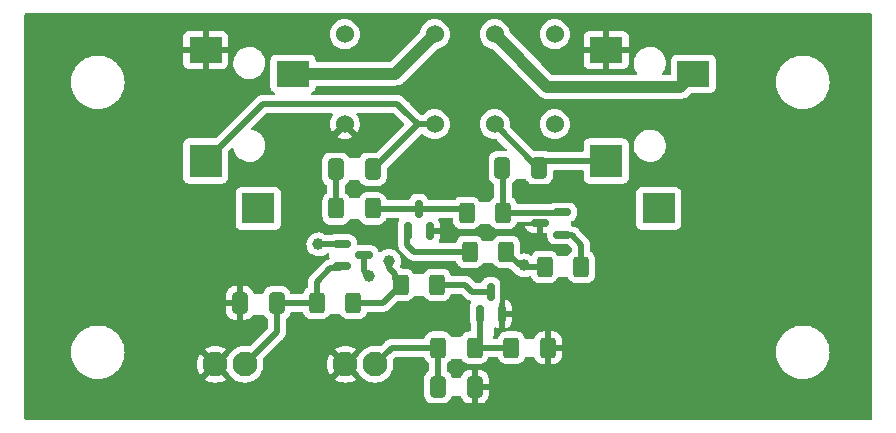
<source format=gtl>
G04 #@! TF.GenerationSoftware,KiCad,Pcbnew,6.0.9-8da3e8f707~117~ubuntu20.04.1*
G04 #@! TF.CreationDate,2022-11-29T05:25:06-05:00*
G04 #@! TF.ProjectId,audiomute,61756469-6f6d-4757-9465-2e6b69636164,rev?*
G04 #@! TF.SameCoordinates,Original*
G04 #@! TF.FileFunction,Copper,L1,Top*
G04 #@! TF.FilePolarity,Positive*
%FSLAX46Y46*%
G04 Gerber Fmt 4.6, Leading zero omitted, Abs format (unit mm)*
G04 Created by KiCad (PCBNEW 6.0.9-8da3e8f707~117~ubuntu20.04.1) date 2022-11-29 05:25:06*
%MOMM*%
%LPD*%
G01*
G04 APERTURE LIST*
G04 Aperture macros list*
%AMRoundRect*
0 Rectangle with rounded corners*
0 $1 Rounding radius*
0 $2 $3 $4 $5 $6 $7 $8 $9 X,Y pos of 4 corners*
0 Add a 4 corners polygon primitive as box body*
4,1,4,$2,$3,$4,$5,$6,$7,$8,$9,$2,$3,0*
0 Add four circle primitives for the rounded corners*
1,1,$1+$1,$2,$3*
1,1,$1+$1,$4,$5*
1,1,$1+$1,$6,$7*
1,1,$1+$1,$8,$9*
0 Add four rect primitives between the rounded corners*
20,1,$1+$1,$2,$3,$4,$5,0*
20,1,$1+$1,$4,$5,$6,$7,0*
20,1,$1+$1,$6,$7,$8,$9,0*
20,1,$1+$1,$8,$9,$2,$3,0*%
G04 Aperture macros list end*
G04 #@! TA.AperFunction,SMDPad,CuDef*
%ADD10RoundRect,0.250000X-0.400000X-0.625000X0.400000X-0.625000X0.400000X0.625000X-0.400000X0.625000X0*%
G04 #@! TD*
G04 #@! TA.AperFunction,SMDPad,CuDef*
%ADD11RoundRect,0.150000X0.150000X-0.587500X0.150000X0.587500X-0.150000X0.587500X-0.150000X-0.587500X0*%
G04 #@! TD*
G04 #@! TA.AperFunction,SMDPad,CuDef*
%ADD12RoundRect,0.250000X0.412500X0.650000X-0.412500X0.650000X-0.412500X-0.650000X0.412500X-0.650000X0*%
G04 #@! TD*
G04 #@! TA.AperFunction,ComponentPad*
%ADD13C,2.100000*%
G04 #@! TD*
G04 #@! TA.AperFunction,SMDPad,CuDef*
%ADD14RoundRect,0.250000X-0.412500X-0.650000X0.412500X-0.650000X0.412500X0.650000X-0.412500X0.650000X0*%
G04 #@! TD*
G04 #@! TA.AperFunction,ComponentPad*
%ADD15C,1.524000*%
G04 #@! TD*
G04 #@! TA.AperFunction,SMDPad,CuDef*
%ADD16R,2.800000X2.200000*%
G04 #@! TD*
G04 #@! TA.AperFunction,SMDPad,CuDef*
%ADD17R,2.800000X2.800000*%
G04 #@! TD*
G04 #@! TA.AperFunction,SMDPad,CuDef*
%ADD18R,2.800000X2.600000*%
G04 #@! TD*
G04 #@! TA.AperFunction,SMDPad,CuDef*
%ADD19RoundRect,0.150000X-0.587500X-0.150000X0.587500X-0.150000X0.587500X0.150000X-0.587500X0.150000X0*%
G04 #@! TD*
G04 #@! TA.AperFunction,SMDPad,CuDef*
%ADD20RoundRect,0.150000X0.587500X0.150000X-0.587500X0.150000X-0.587500X-0.150000X0.587500X-0.150000X0*%
G04 #@! TD*
G04 #@! TA.AperFunction,SMDPad,CuDef*
%ADD21RoundRect,0.250000X0.400000X0.625000X-0.400000X0.625000X-0.400000X-0.625000X0.400000X-0.625000X0*%
G04 #@! TD*
G04 #@! TA.AperFunction,ViaPad*
%ADD22C,1.000000*%
G04 #@! TD*
G04 #@! TA.AperFunction,Conductor*
%ADD23C,0.500000*%
G04 #@! TD*
G04 #@! TA.AperFunction,Conductor*
%ADD24C,1.000000*%
G04 #@! TD*
G04 APERTURE END LIST*
D10*
X112496000Y-101219000D03*
X115596000Y-101219000D03*
D11*
X109794000Y-98346500D03*
X111694000Y-98346500D03*
X110744000Y-96471500D03*
X103698000Y-91310700D03*
X105598000Y-91310700D03*
X104648000Y-89435700D03*
D12*
X109385500Y-104521000D03*
X106260500Y-104521000D03*
D13*
X100941000Y-102616000D03*
X98441000Y-102616000D03*
D10*
X108694760Y-89806240D03*
X111794760Y-89806240D03*
D12*
X100749500Y-86106000D03*
X97624500Y-86106000D03*
D14*
X89505260Y-97426240D03*
X92630260Y-97426240D03*
D10*
X95994760Y-97426240D03*
X99094760Y-97426240D03*
X97645760Y-89425240D03*
X100745760Y-89425240D03*
D15*
X98374000Y-82296000D03*
X105994000Y-82296000D03*
X111074000Y-82296000D03*
X116154000Y-82296000D03*
X116154000Y-74676000D03*
X111074000Y-74676000D03*
X105994000Y-74676000D03*
X98374000Y-74676000D03*
D10*
X115298760Y-94378240D03*
X118398760Y-94378240D03*
D16*
X120506000Y-76009500D03*
D17*
X120506000Y-85409500D03*
D16*
X127906000Y-78009500D03*
D18*
X124956000Y-89409500D03*
D10*
X103106760Y-95902240D03*
X106206760Y-95902240D03*
D19*
X98131260Y-92412240D03*
X98131260Y-94312240D03*
X100006260Y-93362240D03*
D16*
X86597000Y-76009500D03*
D17*
X86597000Y-85409500D03*
D16*
X93997000Y-78009500D03*
D18*
X91047000Y-89409500D03*
D10*
X106273000Y-101219000D03*
X109373000Y-101219000D03*
D20*
X116770260Y-91645240D03*
X116770260Y-89745240D03*
X114895260Y-90695240D03*
D13*
X89916000Y-102616000D03*
X87416000Y-102616000D03*
D14*
X111721500Y-85979000D03*
X114846500Y-85979000D03*
D21*
X112048760Y-93108240D03*
X108948760Y-93108240D03*
D22*
X141478000Y-74168000D03*
X89865200Y-86410800D03*
X86309200Y-93472000D03*
X110439200Y-91490800D03*
X102006400Y-91897200D03*
X93929200Y-102616000D03*
X94691200Y-87477600D03*
X106629200Y-97891600D03*
X89001600Y-80010000D03*
X108610400Y-78689200D03*
X101244400Y-82854800D03*
X73152000Y-105410000D03*
X120396000Y-105664000D03*
X73406000Y-89662000D03*
X101752400Y-74676000D03*
X114096800Y-92303600D03*
X114435760Y-96918240D03*
X141224000Y-105664000D03*
X82423000Y-82677000D03*
X121539000Y-91567000D03*
X120954800Y-81686400D03*
X92964000Y-93370400D03*
X131064000Y-78740000D03*
X110947200Y-102819200D03*
X125933200Y-74726800D03*
X108966000Y-86360000D03*
X72644000Y-74422000D03*
X131445000Y-97409000D03*
X140081000Y-88900000D03*
X96147760Y-92473240D03*
X102116760Y-93870240D03*
X100465760Y-95140240D03*
X113546760Y-94251240D03*
D23*
X90922500Y-81084000D02*
X90924800Y-81084000D01*
X103347500Y-81084000D02*
X104559500Y-82296000D01*
X104559500Y-82296000D02*
X105994000Y-82296000D01*
X91440000Y-80568800D02*
X90924800Y-81084000D01*
X86597000Y-85409500D02*
X90922500Y-81084000D01*
X100749500Y-86106000D02*
X104559500Y-82296000D01*
X102819200Y-80568800D02*
X91440000Y-80568800D01*
X103334400Y-81084000D02*
X102819200Y-80568800D01*
X103347500Y-81084000D02*
X103334400Y-81084000D01*
X97645760Y-86127260D02*
X97624500Y-86106000D01*
X97645760Y-89425240D02*
X97645760Y-86127260D01*
X106273000Y-101219000D02*
X106273000Y-104508500D01*
X100965000Y-102616000D02*
X102362000Y-101219000D01*
X102362000Y-101219000D02*
X106273000Y-101219000D01*
X106273000Y-104508500D02*
X106260500Y-104521000D01*
X97938260Y-94505240D02*
X98131260Y-94312240D01*
X92630260Y-97426240D02*
X92630260Y-99922740D01*
X97163760Y-94505240D02*
X97938260Y-94505240D01*
X95994760Y-95674240D02*
X97163760Y-94505240D01*
X92621500Y-99905500D02*
X89911000Y-102616000D01*
X92630260Y-97426240D02*
X95994760Y-97426240D01*
X95994760Y-97426240D02*
X95994760Y-95674240D01*
X112496000Y-101219000D02*
X109373000Y-101219000D01*
X109794000Y-100798000D02*
X109373000Y-101219000D01*
X109794000Y-98346500D02*
X109794000Y-100798000D01*
X106214920Y-95910400D02*
X106206760Y-95902240D01*
X108559600Y-95910400D02*
X106214920Y-95910400D01*
X109120700Y-96471500D02*
X108559600Y-95910400D01*
X110744000Y-96471500D02*
X109120700Y-96471500D01*
X102624760Y-95013240D02*
X102624760Y-95420240D01*
X99094760Y-97426240D02*
X101582760Y-97426240D01*
X102116760Y-93870240D02*
X102116760Y-94505240D01*
X98131260Y-92412240D02*
X96208760Y-92412240D01*
X96208760Y-92412240D02*
X96147760Y-92473240D01*
X101582760Y-97426240D02*
X103106760Y-95902240D01*
X102116760Y-94505240D02*
X102624760Y-95013240D01*
X113800760Y-94378240D02*
X113673760Y-94378240D01*
X113673760Y-94378240D02*
X113546760Y-94251240D01*
X100006260Y-94680740D02*
X100465760Y-95140240D01*
X113191760Y-94251240D02*
X112048760Y-93108240D01*
X115298760Y-94378240D02*
X113800760Y-94378240D01*
X113546760Y-94251240D02*
X113191760Y-94251240D01*
X100006260Y-93362240D02*
X100006260Y-94680740D01*
X104284240Y-93108240D02*
X103682800Y-92506800D01*
X108948760Y-93108240D02*
X104284240Y-93108240D01*
X103682800Y-91325900D02*
X103698000Y-91310700D01*
X103682800Y-92506800D02*
X103682800Y-91325900D01*
X116836260Y-91711240D02*
X116770260Y-91645240D01*
X118398760Y-92499240D02*
X117610760Y-91711240D01*
X117610760Y-91711240D02*
X116836260Y-91711240D01*
X118398760Y-94378240D02*
X118398760Y-92499240D01*
D24*
X102660500Y-78009500D02*
X105994000Y-74676000D01*
X93997000Y-78009500D02*
X102660500Y-78009500D01*
D23*
X104648000Y-89435700D02*
X100756220Y-89435700D01*
X108324220Y-89435700D02*
X108694760Y-89806240D01*
X104648000Y-89435700D02*
X108324220Y-89435700D01*
X100756220Y-89435700D02*
X100745760Y-89425240D01*
X111794760Y-89806240D02*
X116709260Y-89806240D01*
X111794760Y-86052260D02*
X111721500Y-85979000D01*
X111794760Y-89806240D02*
X111794760Y-86052260D01*
X116709260Y-89806240D02*
X116770260Y-89745240D01*
D24*
X126769100Y-79146400D02*
X127906000Y-78009500D01*
X115544400Y-79146400D02*
X126769100Y-79146400D01*
X111074000Y-74676000D02*
X115544400Y-79146400D01*
D23*
X114846500Y-85979000D02*
X115416000Y-85409500D01*
X115416000Y-85409500D02*
X120506000Y-85409500D01*
X114846500Y-85979000D02*
X114846500Y-85890500D01*
X114846500Y-85890500D02*
X114668500Y-85890500D01*
X114668500Y-85890500D02*
X111074000Y-82296000D01*
G04 #@! TA.AperFunction,Conductor*
G36*
X142943621Y-72918502D02*
G01*
X142990114Y-72972158D01*
X143001500Y-73024500D01*
X143001500Y-107188500D01*
X142981498Y-107256621D01*
X142927842Y-107303114D01*
X142875500Y-107314500D01*
X71373500Y-107314500D01*
X71305379Y-107294498D01*
X71258886Y-107240842D01*
X71247500Y-107188500D01*
X71247500Y-103885030D01*
X86511800Y-103885030D01*
X86517527Y-103892680D01*
X86702272Y-104005893D01*
X86711067Y-104010375D01*
X86928490Y-104100434D01*
X86937875Y-104103483D01*
X87166708Y-104158422D01*
X87176455Y-104159965D01*
X87411070Y-104178430D01*
X87420930Y-104178430D01*
X87655545Y-104159965D01*
X87665292Y-104158422D01*
X87894125Y-104103483D01*
X87903510Y-104100434D01*
X88120933Y-104010375D01*
X88129728Y-104005893D01*
X88310805Y-103894928D01*
X88320267Y-103884470D01*
X88316484Y-103875694D01*
X87428812Y-102988022D01*
X87414868Y-102980408D01*
X87413035Y-102980539D01*
X87406420Y-102984790D01*
X86518560Y-103872650D01*
X86511800Y-103885030D01*
X71247500Y-103885030D01*
X71247500Y-101600000D01*
X75206654Y-101600000D01*
X75206924Y-101604119D01*
X75212772Y-101693337D01*
X75226017Y-101895426D01*
X75226819Y-101899459D01*
X75226820Y-101899465D01*
X75282970Y-102181747D01*
X75283776Y-102185797D01*
X75285103Y-102189706D01*
X75285104Y-102189710D01*
X75370907Y-102442478D01*
X75378941Y-102466145D01*
X75437243Y-102584369D01*
X75459160Y-102628812D01*
X75509885Y-102731673D01*
X75512179Y-102735106D01*
X75592706Y-102855623D01*
X75674367Y-102977838D01*
X75677081Y-102980932D01*
X75677085Y-102980938D01*
X75849060Y-103177037D01*
X75869573Y-103200427D01*
X75872662Y-103203136D01*
X76089062Y-103392915D01*
X76089068Y-103392919D01*
X76092162Y-103395633D01*
X76095588Y-103397922D01*
X76095593Y-103397926D01*
X76278690Y-103520267D01*
X76338327Y-103560115D01*
X76342026Y-103561939D01*
X76342031Y-103561942D01*
X76478313Y-103629148D01*
X76603855Y-103691059D01*
X76607760Y-103692384D01*
X76607761Y-103692385D01*
X76880290Y-103784896D01*
X76880294Y-103784897D01*
X76884203Y-103786224D01*
X76888247Y-103787028D01*
X76888253Y-103787030D01*
X77170535Y-103843180D01*
X77170541Y-103843181D01*
X77174574Y-103843983D01*
X77178679Y-103844252D01*
X77178686Y-103844253D01*
X77465881Y-103863076D01*
X77470000Y-103863346D01*
X77474119Y-103863076D01*
X77761314Y-103844253D01*
X77761321Y-103844252D01*
X77765426Y-103843983D01*
X77769459Y-103843181D01*
X77769465Y-103843180D01*
X78051747Y-103787030D01*
X78051753Y-103787028D01*
X78055797Y-103786224D01*
X78059706Y-103784897D01*
X78059710Y-103784896D01*
X78332239Y-103692385D01*
X78332240Y-103692384D01*
X78336145Y-103691059D01*
X78461687Y-103629148D01*
X78597969Y-103561942D01*
X78597974Y-103561939D01*
X78601673Y-103560115D01*
X78661310Y-103520267D01*
X78844407Y-103397926D01*
X78844412Y-103397922D01*
X78847838Y-103395633D01*
X78850932Y-103392919D01*
X78850938Y-103392915D01*
X79067338Y-103203136D01*
X79070427Y-103200427D01*
X79090940Y-103177037D01*
X79262915Y-102980938D01*
X79262919Y-102980932D01*
X79265633Y-102977838D01*
X79347295Y-102855623D01*
X79427821Y-102735106D01*
X79430115Y-102731673D01*
X79480841Y-102628812D01*
X79484728Y-102620930D01*
X85853570Y-102620930D01*
X85872035Y-102855545D01*
X85873578Y-102865292D01*
X85928517Y-103094125D01*
X85931566Y-103103510D01*
X86021625Y-103320933D01*
X86026107Y-103329728D01*
X86137072Y-103510805D01*
X86147530Y-103520267D01*
X86156306Y-103516484D01*
X87043978Y-102628812D01*
X87050356Y-102617132D01*
X87780408Y-102617132D01*
X87780539Y-102618965D01*
X87784790Y-102625580D01*
X88572873Y-103413663D01*
X88591209Y-103436920D01*
X88651248Y-103534896D01*
X88654463Y-103538660D01*
X88654465Y-103538663D01*
X88769096Y-103672877D01*
X88810567Y-103721433D01*
X88814323Y-103724641D01*
X88991182Y-103875694D01*
X88997104Y-103880752D01*
X89001327Y-103883340D01*
X89001330Y-103883342D01*
X89020237Y-103894928D01*
X89206268Y-104008927D01*
X89350967Y-104068864D01*
X89428335Y-104100911D01*
X89428337Y-104100912D01*
X89432908Y-104102805D01*
X89515563Y-104122649D01*
X89666630Y-104158917D01*
X89666636Y-104158918D01*
X89671443Y-104160072D01*
X89916000Y-104179319D01*
X90160557Y-104160072D01*
X90165364Y-104158918D01*
X90165370Y-104158917D01*
X90316437Y-104122649D01*
X90399092Y-104102805D01*
X90403663Y-104100912D01*
X90403665Y-104100911D01*
X90481033Y-104068864D01*
X90625732Y-104008927D01*
X90811763Y-103894928D01*
X90827915Y-103885030D01*
X97536800Y-103885030D01*
X97542527Y-103892680D01*
X97727272Y-104005893D01*
X97736067Y-104010375D01*
X97953490Y-104100434D01*
X97962875Y-104103483D01*
X98191708Y-104158422D01*
X98201455Y-104159965D01*
X98436070Y-104178430D01*
X98445930Y-104178430D01*
X98680545Y-104159965D01*
X98690292Y-104158422D01*
X98919125Y-104103483D01*
X98928510Y-104100434D01*
X99145933Y-104010375D01*
X99154728Y-104005893D01*
X99335805Y-103894928D01*
X99345267Y-103884470D01*
X99341484Y-103875694D01*
X98453812Y-102988022D01*
X98439868Y-102980408D01*
X98438035Y-102980539D01*
X98431420Y-102984790D01*
X97543560Y-103872650D01*
X97536800Y-103885030D01*
X90827915Y-103885030D01*
X90830670Y-103883342D01*
X90830673Y-103883340D01*
X90834896Y-103880752D01*
X90840819Y-103875694D01*
X91017677Y-103724641D01*
X91021433Y-103721433D01*
X91062904Y-103672877D01*
X91177535Y-103538663D01*
X91177537Y-103538660D01*
X91180752Y-103534896D01*
X91308927Y-103325732D01*
X91391598Y-103126149D01*
X91400911Y-103103665D01*
X91400912Y-103103663D01*
X91402805Y-103099092D01*
X91422649Y-103016437D01*
X91458917Y-102865370D01*
X91458918Y-102865364D01*
X91460072Y-102860557D01*
X91478931Y-102620930D01*
X96878570Y-102620930D01*
X96897035Y-102855545D01*
X96898578Y-102865292D01*
X96953517Y-103094125D01*
X96956566Y-103103510D01*
X97046625Y-103320933D01*
X97051107Y-103329728D01*
X97162072Y-103510805D01*
X97172530Y-103520267D01*
X97181306Y-103516484D01*
X98068978Y-102628812D01*
X98076592Y-102614868D01*
X98076461Y-102613035D01*
X98072210Y-102606420D01*
X97184350Y-101718560D01*
X97171970Y-101711800D01*
X97164320Y-101717527D01*
X97051107Y-101902272D01*
X97046625Y-101911067D01*
X96956566Y-102128490D01*
X96953517Y-102137875D01*
X96898578Y-102366708D01*
X96897035Y-102376455D01*
X96878570Y-102611070D01*
X96878570Y-102620930D01*
X91478931Y-102620930D01*
X91479319Y-102616000D01*
X91460072Y-102371443D01*
X91458916Y-102366629D01*
X91458915Y-102366621D01*
X91431662Y-102253106D01*
X91435208Y-102182198D01*
X91465085Y-102134596D01*
X92252151Y-101347530D01*
X97536733Y-101347530D01*
X97540516Y-101356306D01*
X98428188Y-102243978D01*
X98442132Y-102251592D01*
X98443965Y-102251461D01*
X98450580Y-102247210D01*
X99338440Y-101359350D01*
X99345200Y-101346970D01*
X99339473Y-101339320D01*
X99154728Y-101226107D01*
X99145933Y-101221625D01*
X98928510Y-101131566D01*
X98919125Y-101128517D01*
X98690292Y-101073578D01*
X98680545Y-101072035D01*
X98445930Y-101053570D01*
X98436070Y-101053570D01*
X98201455Y-101072035D01*
X98191708Y-101073578D01*
X97962875Y-101128517D01*
X97953490Y-101131566D01*
X97736067Y-101221625D01*
X97727272Y-101226107D01*
X97546195Y-101337072D01*
X97536733Y-101347530D01*
X92252151Y-101347530D01*
X93020715Y-100578966D01*
X93035127Y-100566579D01*
X93145183Y-100485587D01*
X93145187Y-100485584D01*
X93151078Y-100481248D01*
X93155817Y-100475670D01*
X93155820Y-100475667D01*
X93260854Y-100352034D01*
X93260857Y-100352030D01*
X93265593Y-100346455D01*
X93314022Y-100251614D01*
X93342702Y-100195448D01*
X93342703Y-100195446D01*
X93346029Y-100188932D01*
X93361458Y-100125880D01*
X93386733Y-100022584D01*
X93388068Y-100017130D01*
X93388760Y-100005976D01*
X93388760Y-98824345D01*
X93408762Y-98756224D01*
X93448457Y-98717201D01*
X93510880Y-98678572D01*
X93517108Y-98674718D01*
X93642065Y-98549543D01*
X93646098Y-98543000D01*
X93731035Y-98405208D01*
X93731036Y-98405206D01*
X93734875Y-98398978D01*
X93777299Y-98271073D01*
X93817729Y-98212713D01*
X93883294Y-98185476D01*
X93896892Y-98184740D01*
X94748881Y-98184740D01*
X94817002Y-98204742D01*
X94863495Y-98258398D01*
X94868404Y-98270863D01*
X94900489Y-98367030D01*
X94903210Y-98375186D01*
X94996282Y-98525588D01*
X95121457Y-98650545D01*
X95127687Y-98654385D01*
X95127688Y-98654386D01*
X95264850Y-98738934D01*
X95272022Y-98743355D01*
X95304547Y-98754143D01*
X95433371Y-98796872D01*
X95433373Y-98796872D01*
X95439899Y-98799037D01*
X95446735Y-98799737D01*
X95446738Y-98799738D01*
X95489791Y-98804149D01*
X95544360Y-98809740D01*
X96445160Y-98809740D01*
X96448406Y-98809403D01*
X96448410Y-98809403D01*
X96544068Y-98799478D01*
X96544072Y-98799477D01*
X96550926Y-98798766D01*
X96557462Y-98796585D01*
X96557464Y-98796585D01*
X96689566Y-98752512D01*
X96718706Y-98742790D01*
X96869108Y-98649718D01*
X96912386Y-98606365D01*
X96988894Y-98529723D01*
X96994065Y-98524543D01*
X97065482Y-98408684D01*
X97118255Y-98361190D01*
X97172742Y-98348800D01*
X97916680Y-98348800D01*
X97984801Y-98368802D01*
X98023823Y-98408496D01*
X98096282Y-98525588D01*
X98221457Y-98650545D01*
X98227687Y-98654385D01*
X98227688Y-98654386D01*
X98364850Y-98738934D01*
X98372022Y-98743355D01*
X98404547Y-98754143D01*
X98533371Y-98796872D01*
X98533373Y-98796872D01*
X98539899Y-98799037D01*
X98546735Y-98799737D01*
X98546738Y-98799738D01*
X98589791Y-98804149D01*
X98644360Y-98809740D01*
X99545160Y-98809740D01*
X99548406Y-98809403D01*
X99548410Y-98809403D01*
X99644068Y-98799478D01*
X99644072Y-98799477D01*
X99650926Y-98798766D01*
X99657462Y-98796585D01*
X99657464Y-98796585D01*
X99789566Y-98752512D01*
X99818706Y-98742790D01*
X99969108Y-98649718D01*
X100012386Y-98606365D01*
X100088894Y-98529723D01*
X100094065Y-98524543D01*
X100167012Y-98406202D01*
X100183035Y-98380208D01*
X100183036Y-98380206D01*
X100186875Y-98373978D01*
X100221007Y-98271073D01*
X100261438Y-98212713D01*
X100327002Y-98185476D01*
X100340600Y-98184740D01*
X101515690Y-98184740D01*
X101534640Y-98186173D01*
X101548875Y-98188339D01*
X101548879Y-98188339D01*
X101556109Y-98189439D01*
X101563401Y-98188846D01*
X101563404Y-98188846D01*
X101608778Y-98185155D01*
X101618993Y-98184740D01*
X101627053Y-98184740D01*
X101640343Y-98183191D01*
X101655267Y-98181451D01*
X101659642Y-98181018D01*
X101725099Y-98175694D01*
X101725102Y-98175693D01*
X101732397Y-98175100D01*
X101739361Y-98172844D01*
X101745320Y-98171653D01*
X101751175Y-98170269D01*
X101758441Y-98169422D01*
X101827087Y-98144505D01*
X101831215Y-98143088D01*
X101893696Y-98122847D01*
X101893698Y-98122846D01*
X101900659Y-98120591D01*
X101906914Y-98116795D01*
X101912388Y-98114289D01*
X101917818Y-98111570D01*
X101924697Y-98109073D01*
X101949975Y-98092500D01*
X101985736Y-98069054D01*
X101989440Y-98066717D01*
X102051867Y-98028835D01*
X102060244Y-98021437D01*
X102060268Y-98021464D01*
X102063260Y-98018811D01*
X102066493Y-98016108D01*
X102072612Y-98012096D01*
X102125888Y-97955857D01*
X102128266Y-97953415D01*
X102759036Y-97322645D01*
X102821348Y-97288619D01*
X102848131Y-97285740D01*
X103557160Y-97285740D01*
X103560406Y-97285403D01*
X103560410Y-97285403D01*
X103656068Y-97275478D01*
X103656072Y-97275477D01*
X103662926Y-97274766D01*
X103669462Y-97272585D01*
X103669464Y-97272585D01*
X103813855Y-97224412D01*
X103830706Y-97218790D01*
X103981108Y-97125718D01*
X104106065Y-97000543D01*
X104146168Y-96935484D01*
X104198940Y-96887991D01*
X104253428Y-96875600D01*
X105060116Y-96875600D01*
X105128237Y-96895602D01*
X105167259Y-96935296D01*
X105208282Y-97001588D01*
X105333457Y-97126545D01*
X105339687Y-97130385D01*
X105339688Y-97130386D01*
X105476850Y-97214934D01*
X105484022Y-97219355D01*
X105522568Y-97232140D01*
X105645371Y-97272872D01*
X105645373Y-97272872D01*
X105651899Y-97275037D01*
X105658735Y-97275737D01*
X105658738Y-97275738D01*
X105701791Y-97280149D01*
X105756360Y-97285740D01*
X106657160Y-97285740D01*
X106660406Y-97285403D01*
X106660410Y-97285403D01*
X106756068Y-97275478D01*
X106756072Y-97275477D01*
X106762926Y-97274766D01*
X106769462Y-97272585D01*
X106769464Y-97272585D01*
X106913855Y-97224412D01*
X106930706Y-97218790D01*
X107081108Y-97125718D01*
X107206065Y-97000543D01*
X107246168Y-96935484D01*
X107295035Y-96856208D01*
X107295036Y-96856206D01*
X107298875Y-96849978D01*
X107330301Y-96755232D01*
X107370730Y-96696873D01*
X107436294Y-96669636D01*
X107449893Y-96668900D01*
X108193229Y-96668900D01*
X108261350Y-96688902D01*
X108282324Y-96705805D01*
X108536930Y-96960411D01*
X108549316Y-96974823D01*
X108557849Y-96986418D01*
X108557854Y-96986423D01*
X108562192Y-96992318D01*
X108567770Y-96997057D01*
X108567773Y-96997060D01*
X108602468Y-97026535D01*
X108609984Y-97033465D01*
X108615679Y-97039160D01*
X108618561Y-97041440D01*
X108637951Y-97056781D01*
X108641355Y-97059572D01*
X108691403Y-97102091D01*
X108696985Y-97106833D01*
X108703501Y-97110161D01*
X108708550Y-97113528D01*
X108713679Y-97116695D01*
X108719416Y-97121234D01*
X108785575Y-97152155D01*
X108789469Y-97154058D01*
X108854508Y-97187269D01*
X108861616Y-97189008D01*
X108867259Y-97191107D01*
X108873022Y-97193024D01*
X108879650Y-97196122D01*
X108886812Y-97197612D01*
X108886813Y-97197612D01*
X108951112Y-97210986D01*
X108955384Y-97211953D01*
X108982218Y-97218519D01*
X109006300Y-97224412D01*
X109067714Y-97260033D01*
X109100121Y-97323202D01*
X109093232Y-97393863D01*
X109084804Y-97410940D01*
X109034855Y-97495399D01*
X109032644Y-97503010D01*
X109032643Y-97503012D01*
X109017472Y-97555231D01*
X108988438Y-97655169D01*
X108987934Y-97661574D01*
X108987933Y-97661579D01*
X108986003Y-97686105D01*
X108985500Y-97692498D01*
X108985500Y-99000502D01*
X108985693Y-99002950D01*
X108985693Y-99002958D01*
X108987927Y-99031333D01*
X108988438Y-99037831D01*
X108990232Y-99044007D01*
X108990233Y-99044011D01*
X109030497Y-99182602D01*
X109035500Y-99217754D01*
X109035500Y-99710183D01*
X109015498Y-99778304D01*
X108961842Y-99824797D01*
X108922504Y-99835510D01*
X108914620Y-99836328D01*
X108823692Y-99845762D01*
X108823688Y-99845763D01*
X108816834Y-99846474D01*
X108810298Y-99848655D01*
X108810296Y-99848655D01*
X108793928Y-99854116D01*
X108649054Y-99902450D01*
X108498652Y-99995522D01*
X108373695Y-100120697D01*
X108369855Y-100126927D01*
X108369854Y-100126928D01*
X108312905Y-100219316D01*
X108260132Y-100266809D01*
X108205645Y-100279200D01*
X107440412Y-100279200D01*
X107372291Y-100259198D01*
X107333268Y-100219503D01*
X107275332Y-100125880D01*
X107271478Y-100119652D01*
X107146303Y-99994695D01*
X107140072Y-99990854D01*
X107001968Y-99905725D01*
X107001966Y-99905724D01*
X106995738Y-99901885D01*
X106915995Y-99875436D01*
X106834389Y-99848368D01*
X106834387Y-99848368D01*
X106827861Y-99846203D01*
X106821025Y-99845503D01*
X106821022Y-99845502D01*
X106777969Y-99841091D01*
X106723400Y-99835500D01*
X105822600Y-99835500D01*
X105819354Y-99835837D01*
X105819350Y-99835837D01*
X105723692Y-99845762D01*
X105723688Y-99845763D01*
X105716834Y-99846474D01*
X105710298Y-99848655D01*
X105710296Y-99848655D01*
X105693928Y-99854116D01*
X105549054Y-99902450D01*
X105398652Y-99995522D01*
X105273695Y-100120697D01*
X105269855Y-100126927D01*
X105269854Y-100126928D01*
X105192766Y-100251988D01*
X105180885Y-100271262D01*
X105165858Y-100316568D01*
X105146753Y-100374167D01*
X105106322Y-100432527D01*
X105040758Y-100459764D01*
X105027160Y-100460500D01*
X102429063Y-100460500D01*
X102410114Y-100459067D01*
X102409907Y-100459036D01*
X102388651Y-100455802D01*
X102381359Y-100456395D01*
X102381356Y-100456395D01*
X102335991Y-100460085D01*
X102325777Y-100460500D01*
X102317707Y-100460500D01*
X102314087Y-100460922D01*
X102314069Y-100460923D01*
X102289461Y-100463792D01*
X102285100Y-100464224D01*
X102259981Y-100466267D01*
X102219661Y-100469546D01*
X102219658Y-100469547D01*
X102212363Y-100470140D01*
X102205399Y-100472396D01*
X102199440Y-100473587D01*
X102193585Y-100474971D01*
X102186319Y-100475818D01*
X102117673Y-100500735D01*
X102113545Y-100502152D01*
X102051064Y-100522393D01*
X102051062Y-100522394D01*
X102044101Y-100524649D01*
X102037846Y-100528445D01*
X102032372Y-100530951D01*
X102026942Y-100533670D01*
X102020063Y-100536167D01*
X101959016Y-100576191D01*
X101955327Y-100578518D01*
X101954590Y-100578966D01*
X101897693Y-100613491D01*
X101897688Y-100613495D01*
X101892892Y-100616405D01*
X101884516Y-100623803D01*
X101884493Y-100623777D01*
X101881503Y-100626426D01*
X101878264Y-100629134D01*
X101872148Y-100633144D01*
X101867121Y-100638451D01*
X101867117Y-100638454D01*
X101818872Y-100689383D01*
X101816494Y-100691825D01*
X101437726Y-101070593D01*
X101375414Y-101104619D01*
X101319219Y-101104017D01*
X101263593Y-101090663D01*
X101190370Y-101073083D01*
X101190364Y-101073082D01*
X101185557Y-101071928D01*
X100941000Y-101052681D01*
X100696443Y-101071928D01*
X100691636Y-101073082D01*
X100691630Y-101073083D01*
X100540563Y-101109351D01*
X100457908Y-101129195D01*
X100453337Y-101131088D01*
X100453335Y-101131089D01*
X100375967Y-101163136D01*
X100231268Y-101223073D01*
X100104861Y-101300535D01*
X100026330Y-101348658D01*
X100026327Y-101348660D01*
X100022104Y-101351248D01*
X100018340Y-101354463D01*
X100018337Y-101354465D01*
X99874312Y-101477475D01*
X99835567Y-101510567D01*
X99676248Y-101697104D01*
X99616209Y-101795080D01*
X99597873Y-101818337D01*
X98813022Y-102603188D01*
X98805408Y-102617132D01*
X98805539Y-102618965D01*
X98809790Y-102625580D01*
X99597873Y-103413663D01*
X99616209Y-103436920D01*
X99676248Y-103534896D01*
X99679463Y-103538660D01*
X99679465Y-103538663D01*
X99794096Y-103672877D01*
X99835567Y-103721433D01*
X99839323Y-103724641D01*
X100016182Y-103875694D01*
X100022104Y-103880752D01*
X100026327Y-103883340D01*
X100026330Y-103883342D01*
X100045237Y-103894928D01*
X100231268Y-104008927D01*
X100375967Y-104068864D01*
X100453335Y-104100911D01*
X100453337Y-104100912D01*
X100457908Y-104102805D01*
X100540563Y-104122649D01*
X100691630Y-104158917D01*
X100691636Y-104158918D01*
X100696443Y-104160072D01*
X100941000Y-104179319D01*
X101185557Y-104160072D01*
X101190364Y-104158918D01*
X101190370Y-104158917D01*
X101341437Y-104122649D01*
X101424092Y-104102805D01*
X101428663Y-104100912D01*
X101428665Y-104100911D01*
X101506033Y-104068864D01*
X101650732Y-104008927D01*
X101836763Y-103894928D01*
X101855670Y-103883342D01*
X101855673Y-103883340D01*
X101859896Y-103880752D01*
X101865819Y-103875694D01*
X102042677Y-103724641D01*
X102046433Y-103721433D01*
X102087904Y-103672877D01*
X102202535Y-103538663D01*
X102202537Y-103538660D01*
X102205752Y-103534896D01*
X102333927Y-103325732D01*
X102416598Y-103126149D01*
X102425911Y-103103665D01*
X102425912Y-103103663D01*
X102427805Y-103099092D01*
X102447649Y-103016437D01*
X102483917Y-102865370D01*
X102483918Y-102865364D01*
X102485072Y-102860557D01*
X102504319Y-102616000D01*
X102485072Y-102371443D01*
X102483915Y-102366621D01*
X102462276Y-102276490D01*
X102465823Y-102205582D01*
X102495700Y-102157981D01*
X102639276Y-102014405D01*
X102701588Y-101980379D01*
X102728371Y-101977500D01*
X105027121Y-101977500D01*
X105095242Y-101997502D01*
X105141735Y-102051158D01*
X105146644Y-102063623D01*
X105179130Y-102160993D01*
X105181450Y-102167946D01*
X105274522Y-102318348D01*
X105399697Y-102443305D01*
X105405925Y-102447144D01*
X105405930Y-102447148D01*
X105454617Y-102477159D01*
X105502110Y-102529931D01*
X105514500Y-102584418D01*
X105514500Y-103115160D01*
X105494498Y-103183281D01*
X105454803Y-103222304D01*
X105373652Y-103272522D01*
X105248695Y-103397697D01*
X105244855Y-103403927D01*
X105244854Y-103403928D01*
X105224516Y-103436923D01*
X105155885Y-103548262D01*
X105151954Y-103560115D01*
X105108522Y-103691059D01*
X105100203Y-103716139D01*
X105099503Y-103722975D01*
X105099502Y-103722978D01*
X105097861Y-103738998D01*
X105089500Y-103820600D01*
X105089500Y-105221400D01*
X105089837Y-105224646D01*
X105089837Y-105224650D01*
X105099618Y-105318914D01*
X105100474Y-105327166D01*
X105156450Y-105494946D01*
X105249522Y-105645348D01*
X105374697Y-105770305D01*
X105380927Y-105774145D01*
X105380928Y-105774146D01*
X105518288Y-105858816D01*
X105525262Y-105863115D01*
X105605005Y-105889564D01*
X105686611Y-105916632D01*
X105686613Y-105916632D01*
X105693139Y-105918797D01*
X105699975Y-105919497D01*
X105699978Y-105919498D01*
X105743031Y-105923909D01*
X105797600Y-105929500D01*
X106723400Y-105929500D01*
X106726646Y-105929163D01*
X106726650Y-105929163D01*
X106822308Y-105919238D01*
X106822312Y-105919237D01*
X106829166Y-105918526D01*
X106835702Y-105916345D01*
X106835704Y-105916345D01*
X106967806Y-105872272D01*
X106996946Y-105862550D01*
X107147348Y-105769478D01*
X107272305Y-105644303D01*
X107365115Y-105493738D01*
X107406378Y-105369333D01*
X107446808Y-105310973D01*
X107512373Y-105283736D01*
X107525971Y-105283000D01*
X108120476Y-105283000D01*
X108188597Y-105303002D01*
X108235090Y-105356658D01*
X108240000Y-105369124D01*
X108279588Y-105487784D01*
X108285761Y-105500962D01*
X108371063Y-105638807D01*
X108380099Y-105650208D01*
X108494829Y-105764739D01*
X108506240Y-105773751D01*
X108644243Y-105858816D01*
X108657424Y-105864963D01*
X108811710Y-105916138D01*
X108825086Y-105919005D01*
X108919438Y-105928672D01*
X108925854Y-105929000D01*
X109113385Y-105929000D01*
X109128624Y-105924525D01*
X109129829Y-105923135D01*
X109131500Y-105915452D01*
X109131500Y-105910884D01*
X109639500Y-105910884D01*
X109643975Y-105926123D01*
X109645365Y-105927328D01*
X109653048Y-105928999D01*
X109845095Y-105928999D01*
X109851614Y-105928662D01*
X109947206Y-105918743D01*
X109960600Y-105915851D01*
X110114784Y-105864412D01*
X110127962Y-105858239D01*
X110265807Y-105772937D01*
X110277208Y-105763901D01*
X110391739Y-105649171D01*
X110400751Y-105637760D01*
X110485816Y-105499757D01*
X110491963Y-105486576D01*
X110543138Y-105332290D01*
X110546005Y-105318914D01*
X110555672Y-105224562D01*
X110556000Y-105218146D01*
X110556000Y-104793115D01*
X110551525Y-104777876D01*
X110550135Y-104776671D01*
X110542452Y-104775000D01*
X109657615Y-104775000D01*
X109642376Y-104779475D01*
X109641171Y-104780865D01*
X109639500Y-104788548D01*
X109639500Y-105910884D01*
X109131500Y-105910884D01*
X109131500Y-104248885D01*
X109639500Y-104248885D01*
X109643975Y-104264124D01*
X109645365Y-104265329D01*
X109653048Y-104267000D01*
X110537884Y-104267000D01*
X110553123Y-104262525D01*
X110554328Y-104261135D01*
X110555999Y-104253452D01*
X110555999Y-103823905D01*
X110555662Y-103817386D01*
X110545743Y-103721794D01*
X110542851Y-103708400D01*
X110491412Y-103554216D01*
X110485239Y-103541038D01*
X110399937Y-103403193D01*
X110390901Y-103391792D01*
X110276171Y-103277261D01*
X110264760Y-103268249D01*
X110126757Y-103183184D01*
X110113576Y-103177037D01*
X109959290Y-103125862D01*
X109945914Y-103122995D01*
X109851562Y-103113328D01*
X109845145Y-103113000D01*
X109657615Y-103113000D01*
X109642376Y-103117475D01*
X109641171Y-103118865D01*
X109639500Y-103126548D01*
X109639500Y-104248885D01*
X109131500Y-104248885D01*
X109131500Y-103131116D01*
X109127025Y-103115877D01*
X109125635Y-103114672D01*
X109117952Y-103113001D01*
X108925905Y-103113001D01*
X108919386Y-103113338D01*
X108823794Y-103123257D01*
X108810400Y-103126149D01*
X108656216Y-103177588D01*
X108643038Y-103183761D01*
X108505193Y-103269063D01*
X108493792Y-103278099D01*
X108379261Y-103392829D01*
X108370249Y-103404240D01*
X108285184Y-103542243D01*
X108279036Y-103555426D01*
X108240149Y-103672667D01*
X108199718Y-103731027D01*
X108134154Y-103758264D01*
X108120556Y-103759000D01*
X107526052Y-103759000D01*
X107457931Y-103738998D01*
X107411438Y-103685342D01*
X107406529Y-103672877D01*
X107366870Y-103554007D01*
X107366869Y-103554005D01*
X107364550Y-103547054D01*
X107271478Y-103396652D01*
X107146303Y-103271695D01*
X107140075Y-103267856D01*
X107140070Y-103267852D01*
X107091383Y-103237841D01*
X107043890Y-103185069D01*
X107031500Y-103130582D01*
X107031500Y-102584369D01*
X107051502Y-102516248D01*
X107091193Y-102477228D01*
X107147348Y-102442478D01*
X107272305Y-102317303D01*
X107333095Y-102218684D01*
X107385868Y-102171191D01*
X107440355Y-102158800D01*
X108205588Y-102158800D01*
X108273709Y-102178802D01*
X108312732Y-102218497D01*
X108374522Y-102318348D01*
X108499697Y-102443305D01*
X108505927Y-102447145D01*
X108505928Y-102447146D01*
X108643288Y-102531816D01*
X108650262Y-102536115D01*
X108695272Y-102551044D01*
X108811611Y-102589632D01*
X108811613Y-102589632D01*
X108818139Y-102591797D01*
X108824975Y-102592497D01*
X108824978Y-102592498D01*
X108868031Y-102596909D01*
X108922600Y-102602500D01*
X109823400Y-102602500D01*
X109826646Y-102602163D01*
X109826650Y-102602163D01*
X109922308Y-102592238D01*
X109922312Y-102592237D01*
X109929166Y-102591526D01*
X109935702Y-102589345D01*
X109935704Y-102589345D01*
X110067806Y-102545272D01*
X110096946Y-102535550D01*
X110247348Y-102442478D01*
X110372305Y-102317303D01*
X110415511Y-102247210D01*
X110461275Y-102172968D01*
X110461276Y-102172966D01*
X110465115Y-102166738D01*
X110499247Y-102063833D01*
X110539678Y-102005473D01*
X110605242Y-101978236D01*
X110618840Y-101977500D01*
X111250121Y-101977500D01*
X111318242Y-101997502D01*
X111364735Y-102051158D01*
X111369644Y-102063623D01*
X111402130Y-102160993D01*
X111404450Y-102167946D01*
X111497522Y-102318348D01*
X111622697Y-102443305D01*
X111628927Y-102447145D01*
X111628928Y-102447146D01*
X111766288Y-102531816D01*
X111773262Y-102536115D01*
X111818272Y-102551044D01*
X111934611Y-102589632D01*
X111934613Y-102589632D01*
X111941139Y-102591797D01*
X111947975Y-102592497D01*
X111947978Y-102592498D01*
X111991031Y-102596909D01*
X112045600Y-102602500D01*
X112946400Y-102602500D01*
X112949646Y-102602163D01*
X112949650Y-102602163D01*
X113045308Y-102592238D01*
X113045312Y-102592237D01*
X113052166Y-102591526D01*
X113058702Y-102589345D01*
X113058704Y-102589345D01*
X113190806Y-102545272D01*
X113219946Y-102535550D01*
X113370348Y-102442478D01*
X113495305Y-102317303D01*
X113538511Y-102247210D01*
X113584275Y-102172968D01*
X113584276Y-102172966D01*
X113588115Y-102166738D01*
X113621086Y-102067333D01*
X113661516Y-102008973D01*
X113727081Y-101981736D01*
X113740679Y-101981000D01*
X114351817Y-101981000D01*
X114419938Y-102001002D01*
X114466431Y-102054658D01*
X114471341Y-102067124D01*
X114502588Y-102160784D01*
X114508761Y-102173962D01*
X114594063Y-102311807D01*
X114603099Y-102323208D01*
X114717829Y-102437739D01*
X114729240Y-102446751D01*
X114867243Y-102531816D01*
X114880424Y-102537963D01*
X115034710Y-102589138D01*
X115048086Y-102592005D01*
X115142438Y-102601672D01*
X115148854Y-102602000D01*
X115323885Y-102602000D01*
X115339124Y-102597525D01*
X115340329Y-102596135D01*
X115342000Y-102588452D01*
X115342000Y-102583884D01*
X115850000Y-102583884D01*
X115854475Y-102599123D01*
X115855865Y-102600328D01*
X115863548Y-102601999D01*
X116043095Y-102601999D01*
X116049614Y-102601662D01*
X116145206Y-102591743D01*
X116158600Y-102588851D01*
X116312784Y-102537412D01*
X116325962Y-102531239D01*
X116463807Y-102445937D01*
X116475208Y-102436901D01*
X116589739Y-102322171D01*
X116598751Y-102310760D01*
X116683816Y-102172757D01*
X116689963Y-102159576D01*
X116741138Y-102005290D01*
X116744005Y-101991914D01*
X116753672Y-101897562D01*
X116754000Y-101891146D01*
X116754000Y-101600000D01*
X134896654Y-101600000D01*
X134896924Y-101604119D01*
X134902772Y-101693337D01*
X134916017Y-101895426D01*
X134916819Y-101899459D01*
X134916820Y-101899465D01*
X134972970Y-102181747D01*
X134973776Y-102185797D01*
X134975103Y-102189706D01*
X134975104Y-102189710D01*
X135060907Y-102442478D01*
X135068941Y-102466145D01*
X135127243Y-102584369D01*
X135149160Y-102628812D01*
X135199885Y-102731673D01*
X135202179Y-102735106D01*
X135282706Y-102855623D01*
X135364367Y-102977838D01*
X135367081Y-102980932D01*
X135367085Y-102980938D01*
X135539060Y-103177037D01*
X135559573Y-103200427D01*
X135562662Y-103203136D01*
X135779062Y-103392915D01*
X135779068Y-103392919D01*
X135782162Y-103395633D01*
X135785588Y-103397922D01*
X135785593Y-103397926D01*
X135968690Y-103520267D01*
X136028327Y-103560115D01*
X136032026Y-103561939D01*
X136032031Y-103561942D01*
X136168313Y-103629148D01*
X136293855Y-103691059D01*
X136297760Y-103692384D01*
X136297761Y-103692385D01*
X136570290Y-103784896D01*
X136570294Y-103784897D01*
X136574203Y-103786224D01*
X136578247Y-103787028D01*
X136578253Y-103787030D01*
X136860535Y-103843180D01*
X136860541Y-103843181D01*
X136864574Y-103843983D01*
X136868679Y-103844252D01*
X136868686Y-103844253D01*
X137155881Y-103863076D01*
X137160000Y-103863346D01*
X137164119Y-103863076D01*
X137451314Y-103844253D01*
X137451321Y-103844252D01*
X137455426Y-103843983D01*
X137459459Y-103843181D01*
X137459465Y-103843180D01*
X137741747Y-103787030D01*
X137741753Y-103787028D01*
X137745797Y-103786224D01*
X137749706Y-103784897D01*
X137749710Y-103784896D01*
X138022239Y-103692385D01*
X138022240Y-103692384D01*
X138026145Y-103691059D01*
X138151687Y-103629148D01*
X138287969Y-103561942D01*
X138287974Y-103561939D01*
X138291673Y-103560115D01*
X138351310Y-103520267D01*
X138534407Y-103397926D01*
X138534412Y-103397922D01*
X138537838Y-103395633D01*
X138540932Y-103392919D01*
X138540938Y-103392915D01*
X138757338Y-103203136D01*
X138760427Y-103200427D01*
X138780940Y-103177037D01*
X138952915Y-102980938D01*
X138952919Y-102980932D01*
X138955633Y-102977838D01*
X139037295Y-102855623D01*
X139117821Y-102735106D01*
X139120115Y-102731673D01*
X139170841Y-102628812D01*
X139192757Y-102584369D01*
X139251059Y-102466145D01*
X139259093Y-102442478D01*
X139344896Y-102189710D01*
X139344897Y-102189706D01*
X139346224Y-102185797D01*
X139347030Y-102181747D01*
X139403180Y-101899465D01*
X139403181Y-101899459D01*
X139403983Y-101895426D01*
X139417229Y-101693337D01*
X139423076Y-101604119D01*
X139423346Y-101600000D01*
X139417274Y-101507359D01*
X139404253Y-101308686D01*
X139404252Y-101308679D01*
X139403983Y-101304574D01*
X139387772Y-101223073D01*
X139347030Y-101018253D01*
X139347028Y-101018247D01*
X139346224Y-101014203D01*
X139251059Y-100733855D01*
X139174460Y-100578528D01*
X139121942Y-100472031D01*
X139121939Y-100472026D01*
X139120115Y-100468327D01*
X139057199Y-100374167D01*
X138957926Y-100225593D01*
X138957922Y-100225588D01*
X138955633Y-100222162D01*
X138952919Y-100219068D01*
X138952915Y-100219062D01*
X138763136Y-100002662D01*
X138760427Y-99999573D01*
X138653938Y-99906184D01*
X138540938Y-99807085D01*
X138540932Y-99807081D01*
X138537838Y-99804367D01*
X138534412Y-99802078D01*
X138534407Y-99802074D01*
X138295106Y-99642179D01*
X138291673Y-99639885D01*
X138287974Y-99638061D01*
X138287969Y-99638058D01*
X138099048Y-99544893D01*
X138026145Y-99508941D01*
X137946311Y-99481841D01*
X137749710Y-99415104D01*
X137749706Y-99415103D01*
X137745797Y-99413776D01*
X137741753Y-99412972D01*
X137741747Y-99412970D01*
X137459465Y-99356820D01*
X137459459Y-99356819D01*
X137455426Y-99356017D01*
X137451321Y-99355748D01*
X137451314Y-99355747D01*
X137164119Y-99336924D01*
X137160000Y-99336654D01*
X137155881Y-99336924D01*
X136868686Y-99355747D01*
X136868679Y-99355748D01*
X136864574Y-99356017D01*
X136860541Y-99356819D01*
X136860535Y-99356820D01*
X136578253Y-99412970D01*
X136578247Y-99412972D01*
X136574203Y-99413776D01*
X136570294Y-99415103D01*
X136570290Y-99415104D01*
X136373689Y-99481841D01*
X136293855Y-99508941D01*
X136220952Y-99544893D01*
X136032031Y-99638058D01*
X136032026Y-99638061D01*
X136028327Y-99639885D01*
X136024894Y-99642179D01*
X135785593Y-99802074D01*
X135785588Y-99802078D01*
X135782162Y-99804367D01*
X135779068Y-99807081D01*
X135779062Y-99807085D01*
X135666062Y-99906184D01*
X135559573Y-99999573D01*
X135556864Y-100002662D01*
X135367085Y-100219062D01*
X135367081Y-100219068D01*
X135364367Y-100222162D01*
X135362078Y-100225588D01*
X135362074Y-100225593D01*
X135262801Y-100374167D01*
X135199885Y-100468327D01*
X135198061Y-100472026D01*
X135198058Y-100472031D01*
X135145540Y-100578528D01*
X135068941Y-100733855D01*
X134973776Y-101014203D01*
X134972972Y-101018247D01*
X134972970Y-101018253D01*
X134932229Y-101223073D01*
X134916017Y-101304574D01*
X134915748Y-101308679D01*
X134915747Y-101308686D01*
X134902726Y-101507359D01*
X134896654Y-101600000D01*
X116754000Y-101600000D01*
X116754000Y-101491115D01*
X116749525Y-101475876D01*
X116748135Y-101474671D01*
X116740452Y-101473000D01*
X115868115Y-101473000D01*
X115852876Y-101477475D01*
X115851671Y-101478865D01*
X115850000Y-101486548D01*
X115850000Y-102583884D01*
X115342000Y-102583884D01*
X115342000Y-100946885D01*
X115850000Y-100946885D01*
X115854475Y-100962124D01*
X115855865Y-100963329D01*
X115863548Y-100965000D01*
X116735884Y-100965000D01*
X116751123Y-100960525D01*
X116752328Y-100959135D01*
X116753999Y-100951452D01*
X116753999Y-100546905D01*
X116753662Y-100540386D01*
X116743743Y-100444794D01*
X116740851Y-100431400D01*
X116689412Y-100277216D01*
X116683239Y-100264038D01*
X116597937Y-100126193D01*
X116588901Y-100114792D01*
X116474171Y-100000261D01*
X116462760Y-99991249D01*
X116324757Y-99906184D01*
X116311576Y-99900037D01*
X116157290Y-99848862D01*
X116143914Y-99845995D01*
X116049562Y-99836328D01*
X116043145Y-99836000D01*
X115868115Y-99836000D01*
X115852876Y-99840475D01*
X115851671Y-99841865D01*
X115850000Y-99849548D01*
X115850000Y-100946885D01*
X115342000Y-100946885D01*
X115342000Y-99854116D01*
X115337525Y-99838877D01*
X115336135Y-99837672D01*
X115328452Y-99836001D01*
X115148905Y-99836001D01*
X115142386Y-99836338D01*
X115046794Y-99846257D01*
X115033400Y-99849149D01*
X114879216Y-99900588D01*
X114866038Y-99906761D01*
X114728193Y-99992063D01*
X114716792Y-100001099D01*
X114602261Y-100115829D01*
X114593249Y-100127240D01*
X114508184Y-100265243D01*
X114502036Y-100278426D01*
X114471441Y-100370667D01*
X114431010Y-100429027D01*
X114365446Y-100456264D01*
X114351848Y-100457000D01*
X113740711Y-100457000D01*
X113672590Y-100436998D01*
X113626097Y-100383342D01*
X113621187Y-100370876D01*
X113589868Y-100277002D01*
X113587550Y-100270054D01*
X113494478Y-100119652D01*
X113369303Y-99994695D01*
X113363072Y-99990854D01*
X113224968Y-99905725D01*
X113224966Y-99905724D01*
X113218738Y-99901885D01*
X113138995Y-99875436D01*
X113057389Y-99848368D01*
X113057387Y-99848368D01*
X113050861Y-99846203D01*
X113044025Y-99845503D01*
X113044022Y-99845502D01*
X113000969Y-99841091D01*
X112946400Y-99835500D01*
X112045600Y-99835500D01*
X112042354Y-99835837D01*
X112042350Y-99835837D01*
X111946692Y-99845762D01*
X111946688Y-99845763D01*
X111939834Y-99846474D01*
X111933298Y-99848655D01*
X111933296Y-99848655D01*
X111916928Y-99854116D01*
X111772054Y-99902450D01*
X111621652Y-99995522D01*
X111496695Y-100120697D01*
X111492855Y-100126927D01*
X111492854Y-100126928D01*
X111415766Y-100251988D01*
X111403885Y-100271262D01*
X111388858Y-100316568D01*
X111369753Y-100374167D01*
X111329322Y-100432527D01*
X111263758Y-100459764D01*
X111250160Y-100460500D01*
X111065774Y-100460500D01*
X110997653Y-100440498D01*
X110951160Y-100386842D01*
X110941056Y-100316568D01*
X110970550Y-100251988D01*
X110971132Y-100251614D01*
X110991247Y-100228400D01*
X110998000Y-100228400D01*
X110998000Y-99596455D01*
X111018002Y-99528334D01*
X111071658Y-99481841D01*
X111141932Y-99471737D01*
X111188139Y-99488001D01*
X111273779Y-99538648D01*
X111288210Y-99544893D01*
X111422605Y-99583939D01*
X111436706Y-99583899D01*
X111440000Y-99576630D01*
X111440000Y-99570878D01*
X111948000Y-99570878D01*
X111951973Y-99584409D01*
X111959871Y-99585544D01*
X112099790Y-99544893D01*
X112114221Y-99538648D01*
X112243678Y-99462089D01*
X112256104Y-99452449D01*
X112362449Y-99346104D01*
X112372089Y-99333678D01*
X112448648Y-99204221D01*
X112454893Y-99189790D01*
X112497269Y-99043935D01*
X112499570Y-99031333D01*
X112501807Y-99002916D01*
X112502000Y-98997986D01*
X112502000Y-98618615D01*
X112497525Y-98603376D01*
X112496135Y-98602171D01*
X112488452Y-98600500D01*
X111966115Y-98600500D01*
X111950876Y-98604975D01*
X111949671Y-98606365D01*
X111948000Y-98614048D01*
X111948000Y-99570878D01*
X111440000Y-99570878D01*
X111440000Y-98074385D01*
X111948000Y-98074385D01*
X111952475Y-98089624D01*
X111953865Y-98090829D01*
X111961548Y-98092500D01*
X112483884Y-98092500D01*
X112499123Y-98088025D01*
X112500328Y-98086635D01*
X112501999Y-98078952D01*
X112501999Y-97695017D01*
X112501805Y-97690080D01*
X112499570Y-97661664D01*
X112497270Y-97649069D01*
X112454893Y-97503210D01*
X112448648Y-97488779D01*
X112372089Y-97359322D01*
X112362449Y-97346896D01*
X112256104Y-97240551D01*
X112243678Y-97230911D01*
X112114221Y-97154352D01*
X112099790Y-97148107D01*
X111965395Y-97109061D01*
X111951294Y-97109101D01*
X111948000Y-97116370D01*
X111948000Y-98074385D01*
X111440000Y-98074385D01*
X111440000Y-97463842D01*
X111457547Y-97399703D01*
X111499108Y-97329427D01*
X111503145Y-97322601D01*
X111516964Y-97275037D01*
X111533140Y-97219355D01*
X111549562Y-97162831D01*
X111550230Y-97154352D01*
X111552307Y-97127958D01*
X111552307Y-97127950D01*
X111552500Y-97125502D01*
X111552500Y-95817498D01*
X111552307Y-95815042D01*
X111550067Y-95786579D01*
X111550066Y-95786574D01*
X111549562Y-95780169D01*
X111503145Y-95620399D01*
X111436296Y-95507363D01*
X111422491Y-95484020D01*
X111422489Y-95484017D01*
X111418453Y-95477193D01*
X111300807Y-95359547D01*
X111293983Y-95355511D01*
X111293980Y-95355509D01*
X111164427Y-95278892D01*
X111164428Y-95278892D01*
X111157601Y-95274855D01*
X111149990Y-95272644D01*
X111149988Y-95272643D01*
X111097769Y-95257472D01*
X110997831Y-95228438D01*
X110991426Y-95227934D01*
X110991421Y-95227933D01*
X110962958Y-95225693D01*
X110962950Y-95225693D01*
X110960502Y-95225500D01*
X110527498Y-95225500D01*
X110525050Y-95225693D01*
X110525042Y-95225693D01*
X110496579Y-95227933D01*
X110496574Y-95227934D01*
X110490169Y-95228438D01*
X110390231Y-95257472D01*
X110338012Y-95272643D01*
X110338010Y-95272644D01*
X110330399Y-95274855D01*
X110323572Y-95278892D01*
X110323573Y-95278892D01*
X110194020Y-95355509D01*
X110194017Y-95355511D01*
X110187193Y-95359547D01*
X110069547Y-95477193D01*
X110065511Y-95484017D01*
X110065509Y-95484020D01*
X110051704Y-95507363D01*
X109984855Y-95620399D01*
X109982643Y-95628012D01*
X109979494Y-95635289D01*
X109976726Y-95634091D01*
X109946111Y-95682007D01*
X109881609Y-95711670D01*
X109863348Y-95713000D01*
X109487071Y-95713000D01*
X109418950Y-95692998D01*
X109397976Y-95676095D01*
X109143370Y-95421489D01*
X109130984Y-95407077D01*
X109122451Y-95395482D01*
X109122446Y-95395477D01*
X109118108Y-95389582D01*
X109112530Y-95384843D01*
X109112527Y-95384840D01*
X109077832Y-95355365D01*
X109070316Y-95348435D01*
X109064621Y-95342740D01*
X109047378Y-95329098D01*
X109042349Y-95325119D01*
X109038945Y-95322328D01*
X108988897Y-95279809D01*
X108988895Y-95279808D01*
X108983315Y-95275067D01*
X108976799Y-95271739D01*
X108971750Y-95268372D01*
X108966621Y-95265205D01*
X108960884Y-95260666D01*
X108894725Y-95229745D01*
X108890825Y-95227839D01*
X108887643Y-95226214D01*
X108825792Y-95194631D01*
X108818684Y-95192892D01*
X108813041Y-95190793D01*
X108807278Y-95188876D01*
X108800650Y-95185778D01*
X108792391Y-95184060D01*
X108729188Y-95170914D01*
X108724899Y-95169943D01*
X108653990Y-95152592D01*
X108648388Y-95152244D01*
X108648385Y-95152244D01*
X108642836Y-95151900D01*
X108642838Y-95151864D01*
X108638845Y-95151625D01*
X108634653Y-95151251D01*
X108627485Y-95149760D01*
X108571963Y-95151262D01*
X108550079Y-95151854D01*
X108546672Y-95151900D01*
X107455361Y-95151900D01*
X107387240Y-95131898D01*
X107340747Y-95078242D01*
X107335837Y-95065776D01*
X107300628Y-94960242D01*
X107298310Y-94953294D01*
X107205238Y-94802892D01*
X107080063Y-94677935D01*
X107042656Y-94654877D01*
X106935728Y-94588965D01*
X106935726Y-94588964D01*
X106929498Y-94585125D01*
X106769014Y-94531895D01*
X106768149Y-94531608D01*
X106768147Y-94531608D01*
X106761621Y-94529443D01*
X106754785Y-94528743D01*
X106754782Y-94528742D01*
X106711729Y-94524331D01*
X106657160Y-94518740D01*
X105756360Y-94518740D01*
X105753114Y-94519077D01*
X105753110Y-94519077D01*
X105657452Y-94529002D01*
X105657448Y-94529003D01*
X105650594Y-94529714D01*
X105644058Y-94531895D01*
X105644056Y-94531895D01*
X105591189Y-94549533D01*
X105482814Y-94585690D01*
X105332412Y-94678762D01*
X105207455Y-94803937D01*
X105203615Y-94810167D01*
X105203614Y-94810168D01*
X105125978Y-94936116D01*
X105073205Y-94983610D01*
X105018718Y-94996000D01*
X104294940Y-94996000D01*
X104226819Y-94975998D01*
X104187796Y-94936303D01*
X104109092Y-94809120D01*
X104105238Y-94802892D01*
X103980063Y-94677935D01*
X103942656Y-94654877D01*
X103835728Y-94588965D01*
X103835726Y-94588964D01*
X103829498Y-94585125D01*
X103669014Y-94531895D01*
X103668149Y-94531608D01*
X103668147Y-94531608D01*
X103661621Y-94529443D01*
X103654785Y-94528743D01*
X103654782Y-94528742D01*
X103611729Y-94524331D01*
X103557160Y-94518740D01*
X103255915Y-94518740D01*
X103187794Y-94498738D01*
X103169261Y-94484212D01*
X103154377Y-94470112D01*
X103151936Y-94467735D01*
X103078607Y-94394406D01*
X103044581Y-94332094D01*
X103048144Y-94265539D01*
X103067422Y-94207588D01*
X103104957Y-94094753D01*
X103129745Y-93898535D01*
X103130140Y-93870240D01*
X103110840Y-93673407D01*
X103053676Y-93484071D01*
X102960826Y-93309444D01*
X102888481Y-93220740D01*
X102839720Y-93160953D01*
X102839717Y-93160950D01*
X102835825Y-93156178D01*
X102828471Y-93150094D01*
X102688185Y-93034039D01*
X102688181Y-93034037D01*
X102683435Y-93030110D01*
X102509461Y-92936042D01*
X102320528Y-92877558D01*
X102314403Y-92876914D01*
X102314402Y-92876914D01*
X102129964Y-92857529D01*
X102129962Y-92857529D01*
X102123835Y-92856885D01*
X102041336Y-92864393D01*
X101933011Y-92874251D01*
X101933008Y-92874252D01*
X101926872Y-92874810D01*
X101920966Y-92876548D01*
X101920962Y-92876549D01*
X101815836Y-92907489D01*
X101737141Y-92930650D01*
X101731683Y-92933503D01*
X101731679Y-92933505D01*
X101650573Y-92975907D01*
X101561870Y-93022280D01*
X101435461Y-93123916D01*
X101369839Y-93151013D01*
X101299984Y-93138330D01*
X101248076Y-93089894D01*
X101235512Y-93060873D01*
X101205117Y-92956252D01*
X101205116Y-92956250D01*
X101202905Y-92948639D01*
X101158912Y-92874251D01*
X101122251Y-92812260D01*
X101122249Y-92812257D01*
X101118213Y-92805433D01*
X101000567Y-92687787D01*
X100993743Y-92683751D01*
X100993740Y-92683749D01*
X100864187Y-92607132D01*
X100864188Y-92607132D01*
X100857361Y-92603095D01*
X100849750Y-92600884D01*
X100849748Y-92600883D01*
X100775481Y-92579307D01*
X100697591Y-92556678D01*
X100691186Y-92556174D01*
X100691181Y-92556173D01*
X100662718Y-92553933D01*
X100662710Y-92553933D01*
X100660262Y-92553740D01*
X99503260Y-92553740D01*
X99435139Y-92533738D01*
X99388646Y-92480082D01*
X99377260Y-92427740D01*
X99377260Y-92195738D01*
X99376127Y-92181341D01*
X99374827Y-92164819D01*
X99374826Y-92164814D01*
X99374322Y-92158409D01*
X99338449Y-92034933D01*
X99330117Y-92006252D01*
X99330116Y-92006250D01*
X99327905Y-91998639D01*
X99307835Y-91964702D01*
X99247251Y-91862260D01*
X99247249Y-91862257D01*
X99243213Y-91855433D01*
X99125567Y-91737787D01*
X99118743Y-91733751D01*
X99118740Y-91733749D01*
X98989187Y-91657132D01*
X98989188Y-91657132D01*
X98982361Y-91653095D01*
X98974750Y-91650884D01*
X98974748Y-91650883D01*
X98910425Y-91632196D01*
X98822591Y-91606678D01*
X98816186Y-91606174D01*
X98816181Y-91606173D01*
X98787718Y-91603933D01*
X98787710Y-91603933D01*
X98785262Y-91603740D01*
X97477258Y-91603740D01*
X97474810Y-91603933D01*
X97474802Y-91603933D01*
X97446339Y-91606173D01*
X97446334Y-91606174D01*
X97439929Y-91606678D01*
X97433753Y-91608472D01*
X97433749Y-91608473D01*
X97295158Y-91648737D01*
X97260006Y-91653740D01*
X96782467Y-91653740D01*
X96714514Y-91632963D01*
X96714435Y-91633110D01*
X96713707Y-91632716D01*
X96713705Y-91632716D01*
X96540461Y-91539042D01*
X96351528Y-91480558D01*
X96345403Y-91479914D01*
X96345402Y-91479914D01*
X96160964Y-91460529D01*
X96160962Y-91460529D01*
X96154835Y-91459885D01*
X96072336Y-91467393D01*
X95964011Y-91477251D01*
X95964008Y-91477252D01*
X95957872Y-91477810D01*
X95951966Y-91479548D01*
X95951962Y-91479549D01*
X95871470Y-91503239D01*
X95768141Y-91533650D01*
X95762683Y-91536503D01*
X95762679Y-91536505D01*
X95674098Y-91582815D01*
X95592870Y-91625280D01*
X95438735Y-91749208D01*
X95311606Y-91900714D01*
X95308639Y-91906112D01*
X95308635Y-91906117D01*
X95248711Y-92015120D01*
X95216327Y-92074027D01*
X95214466Y-92079894D01*
X95214465Y-92079896D01*
X95185918Y-92169888D01*
X95156525Y-92262546D01*
X95134479Y-92459091D01*
X95134995Y-92465235D01*
X95144574Y-92579307D01*
X95151028Y-92656174D01*
X95158935Y-92683749D01*
X95199352Y-92824699D01*
X95205543Y-92846290D01*
X95208362Y-92851775D01*
X95291155Y-93012871D01*
X95295947Y-93022196D01*
X95418795Y-93177193D01*
X95423488Y-93181187D01*
X95423489Y-93181188D01*
X95559263Y-93296740D01*
X95569410Y-93305376D01*
X95742054Y-93401864D01*
X95930152Y-93462980D01*
X96126537Y-93486398D01*
X96132672Y-93485926D01*
X96132674Y-93485926D01*
X96317590Y-93471697D01*
X96317594Y-93471696D01*
X96323732Y-93471224D01*
X96514223Y-93418038D01*
X96519727Y-93415258D01*
X96519729Y-93415257D01*
X96685255Y-93331644D01*
X96685257Y-93331643D01*
X96690756Y-93328865D01*
X96846607Y-93207101D01*
X96848453Y-93204962D01*
X96910550Y-93173001D01*
X96934314Y-93170740D01*
X96952800Y-93170740D01*
X97020921Y-93190742D01*
X97067414Y-93244398D01*
X97078800Y-93296740D01*
X97078800Y-93573600D01*
X97084120Y-93573600D01*
X97089619Y-93592328D01*
X97089619Y-93663324D01*
X97057818Y-93716922D01*
X97044454Y-93730286D01*
X96987981Y-93761783D01*
X96988080Y-93762057D01*
X96986389Y-93762671D01*
X96986387Y-93762672D01*
X96981200Y-93764555D01*
X96981196Y-93764556D01*
X96919462Y-93786965D01*
X96915358Y-93788375D01*
X96845861Y-93810888D01*
X96839606Y-93814684D01*
X96834147Y-93817183D01*
X96828699Y-93819911D01*
X96821823Y-93822407D01*
X96760770Y-93862435D01*
X96757097Y-93864753D01*
X96753369Y-93867015D01*
X96699446Y-93899736D01*
X96699442Y-93899739D01*
X96694653Y-93902645D01*
X96690454Y-93906354D01*
X96690449Y-93906357D01*
X96686276Y-93910043D01*
X96686252Y-93910016D01*
X96683260Y-93912669D01*
X96680027Y-93915372D01*
X96673908Y-93919384D01*
X96654001Y-93940398D01*
X96620632Y-93975623D01*
X96618254Y-93978065D01*
X95505849Y-95090470D01*
X95491437Y-95102856D01*
X95479842Y-95111389D01*
X95479837Y-95111394D01*
X95473942Y-95115732D01*
X95469203Y-95121310D01*
X95469200Y-95121313D01*
X95439725Y-95156008D01*
X95432795Y-95163524D01*
X95427100Y-95169219D01*
X95424820Y-95172101D01*
X95409479Y-95191491D01*
X95406688Y-95194895D01*
X95364169Y-95244943D01*
X95359427Y-95250525D01*
X95356099Y-95257041D01*
X95352732Y-95262090D01*
X95349565Y-95267219D01*
X95345026Y-95272956D01*
X95314105Y-95339115D01*
X95312202Y-95343009D01*
X95278991Y-95408048D01*
X95277252Y-95415156D01*
X95275153Y-95420799D01*
X95273236Y-95426562D01*
X95270138Y-95433190D01*
X95268648Y-95440352D01*
X95268648Y-95440353D01*
X95255274Y-95504652D01*
X95254304Y-95508936D01*
X95236952Y-95579850D01*
X95236260Y-95591004D01*
X95236224Y-95591002D01*
X95235985Y-95594995D01*
X95235611Y-95599187D01*
X95234120Y-95606355D01*
X95234318Y-95613672D01*
X95236214Y-95683761D01*
X95236260Y-95687168D01*
X95236260Y-96060871D01*
X95216258Y-96128992D01*
X95176567Y-96168012D01*
X95120412Y-96202762D01*
X94995455Y-96327937D01*
X94991615Y-96334167D01*
X94991614Y-96334168D01*
X94913641Y-96460664D01*
X94902645Y-96478502D01*
X94888881Y-96520000D01*
X94868513Y-96581407D01*
X94828082Y-96639767D01*
X94762518Y-96667004D01*
X94748920Y-96667740D01*
X93896979Y-96667740D01*
X93828858Y-96647738D01*
X93782365Y-96594082D01*
X93777457Y-96581622D01*
X93734310Y-96452294D01*
X93641238Y-96301892D01*
X93516063Y-96176935D01*
X93477879Y-96153398D01*
X93371728Y-96087965D01*
X93371726Y-96087964D01*
X93365498Y-96084125D01*
X93266491Y-96051286D01*
X93204149Y-96030608D01*
X93204147Y-96030608D01*
X93197621Y-96028443D01*
X93190785Y-96027743D01*
X93190782Y-96027742D01*
X93147729Y-96023331D01*
X93093160Y-96017740D01*
X92167360Y-96017740D01*
X92164114Y-96018077D01*
X92164110Y-96018077D01*
X92068452Y-96028002D01*
X92068448Y-96028003D01*
X92061594Y-96028714D01*
X92055058Y-96030895D01*
X92055056Y-96030895D01*
X91992523Y-96051758D01*
X91893814Y-96084690D01*
X91743412Y-96177762D01*
X91618455Y-96302937D01*
X91614615Y-96309167D01*
X91614614Y-96309168D01*
X91606878Y-96321719D01*
X91525645Y-96453502D01*
X91510223Y-96499998D01*
X91484382Y-96577907D01*
X91443952Y-96636267D01*
X91378387Y-96663504D01*
X91364789Y-96664240D01*
X90770284Y-96664240D01*
X90702163Y-96644238D01*
X90655670Y-96590582D01*
X90650760Y-96578116D01*
X90611172Y-96459456D01*
X90604999Y-96446278D01*
X90519697Y-96308433D01*
X90510661Y-96297032D01*
X90395931Y-96182501D01*
X90384520Y-96173489D01*
X90246517Y-96088424D01*
X90233336Y-96082277D01*
X90079050Y-96031102D01*
X90065674Y-96028235D01*
X89971322Y-96018568D01*
X89964905Y-96018240D01*
X89777375Y-96018240D01*
X89762136Y-96022715D01*
X89760931Y-96024105D01*
X89759260Y-96031788D01*
X89759260Y-98816124D01*
X89763735Y-98831363D01*
X89765125Y-98832568D01*
X89772808Y-98834239D01*
X89964855Y-98834239D01*
X89971374Y-98833902D01*
X90066966Y-98823983D01*
X90080360Y-98821091D01*
X90234544Y-98769652D01*
X90247722Y-98763479D01*
X90385567Y-98678177D01*
X90396968Y-98669141D01*
X90511499Y-98554411D01*
X90520511Y-98543000D01*
X90545707Y-98502124D01*
X90598479Y-98454631D01*
X90652967Y-98442240D01*
X91482032Y-98442240D01*
X91550153Y-98462242D01*
X91589174Y-98501934D01*
X91619282Y-98550588D01*
X91744457Y-98675545D01*
X91750687Y-98679385D01*
X91750688Y-98679386D01*
X91811876Y-98717103D01*
X91859370Y-98769876D01*
X91871760Y-98824363D01*
X91871760Y-99530369D01*
X91851758Y-99598490D01*
X91834855Y-99619464D01*
X90389340Y-101064979D01*
X90327028Y-101099005D01*
X90270830Y-101098402D01*
X90165379Y-101073085D01*
X90165371Y-101073084D01*
X90160557Y-101071928D01*
X89916000Y-101052681D01*
X89671443Y-101071928D01*
X89666636Y-101073082D01*
X89666630Y-101073083D01*
X89515563Y-101109351D01*
X89432908Y-101129195D01*
X89428337Y-101131088D01*
X89428335Y-101131089D01*
X89350967Y-101163136D01*
X89206268Y-101223073D01*
X89079861Y-101300535D01*
X89001330Y-101348658D01*
X89001327Y-101348660D01*
X88997104Y-101351248D01*
X88993340Y-101354463D01*
X88993337Y-101354465D01*
X88849312Y-101477475D01*
X88810567Y-101510567D01*
X88651248Y-101697104D01*
X88591209Y-101795080D01*
X88572873Y-101818337D01*
X87788022Y-102603188D01*
X87780408Y-102617132D01*
X87050356Y-102617132D01*
X87051592Y-102614868D01*
X87051461Y-102613035D01*
X87047210Y-102606420D01*
X86159350Y-101718560D01*
X86146970Y-101711800D01*
X86139320Y-101717527D01*
X86026107Y-101902272D01*
X86021625Y-101911067D01*
X85931566Y-102128490D01*
X85928517Y-102137875D01*
X85873578Y-102366708D01*
X85872035Y-102376455D01*
X85853570Y-102611070D01*
X85853570Y-102620930D01*
X79484728Y-102620930D01*
X79502757Y-102584369D01*
X79561059Y-102466145D01*
X79569093Y-102442478D01*
X79654896Y-102189710D01*
X79654897Y-102189706D01*
X79656224Y-102185797D01*
X79657030Y-102181747D01*
X79713180Y-101899465D01*
X79713181Y-101899459D01*
X79713983Y-101895426D01*
X79727229Y-101693337D01*
X79733076Y-101604119D01*
X79733346Y-101600000D01*
X79727274Y-101507359D01*
X79716799Y-101347530D01*
X86511733Y-101347530D01*
X86515516Y-101356306D01*
X87403188Y-102243978D01*
X87417132Y-102251592D01*
X87418965Y-102251461D01*
X87425580Y-102247210D01*
X88313440Y-101359350D01*
X88320200Y-101346970D01*
X88314473Y-101339320D01*
X88129728Y-101226107D01*
X88120933Y-101221625D01*
X87903510Y-101131566D01*
X87894125Y-101128517D01*
X87665292Y-101073578D01*
X87655545Y-101072035D01*
X87420930Y-101053570D01*
X87411070Y-101053570D01*
X87176455Y-101072035D01*
X87166708Y-101073578D01*
X86937875Y-101128517D01*
X86928490Y-101131566D01*
X86711067Y-101221625D01*
X86702272Y-101226107D01*
X86521195Y-101337072D01*
X86511733Y-101347530D01*
X79716799Y-101347530D01*
X79714253Y-101308686D01*
X79714252Y-101308679D01*
X79713983Y-101304574D01*
X79697772Y-101223073D01*
X79657030Y-101018253D01*
X79657028Y-101018247D01*
X79656224Y-101014203D01*
X79561059Y-100733855D01*
X79484460Y-100578528D01*
X79431942Y-100472031D01*
X79431939Y-100472026D01*
X79430115Y-100468327D01*
X79367199Y-100374167D01*
X79267926Y-100225593D01*
X79267922Y-100225588D01*
X79265633Y-100222162D01*
X79262919Y-100219068D01*
X79262915Y-100219062D01*
X79073136Y-100002662D01*
X79070427Y-99999573D01*
X78963938Y-99906184D01*
X78850938Y-99807085D01*
X78850932Y-99807081D01*
X78847838Y-99804367D01*
X78844412Y-99802078D01*
X78844407Y-99802074D01*
X78605106Y-99642179D01*
X78601673Y-99639885D01*
X78597974Y-99638061D01*
X78597969Y-99638058D01*
X78409048Y-99544893D01*
X78336145Y-99508941D01*
X78256311Y-99481841D01*
X78059710Y-99415104D01*
X78059706Y-99415103D01*
X78055797Y-99413776D01*
X78051753Y-99412972D01*
X78051747Y-99412970D01*
X77769465Y-99356820D01*
X77769459Y-99356819D01*
X77765426Y-99356017D01*
X77761321Y-99355748D01*
X77761314Y-99355747D01*
X77474119Y-99336924D01*
X77470000Y-99336654D01*
X77465881Y-99336924D01*
X77178686Y-99355747D01*
X77178679Y-99355748D01*
X77174574Y-99356017D01*
X77170541Y-99356819D01*
X77170535Y-99356820D01*
X76888253Y-99412970D01*
X76888247Y-99412972D01*
X76884203Y-99413776D01*
X76880294Y-99415103D01*
X76880290Y-99415104D01*
X76683689Y-99481841D01*
X76603855Y-99508941D01*
X76530952Y-99544893D01*
X76342031Y-99638058D01*
X76342026Y-99638061D01*
X76338327Y-99639885D01*
X76334894Y-99642179D01*
X76095593Y-99802074D01*
X76095588Y-99802078D01*
X76092162Y-99804367D01*
X76089068Y-99807081D01*
X76089062Y-99807085D01*
X75976062Y-99906184D01*
X75869573Y-99999573D01*
X75866864Y-100002662D01*
X75677085Y-100219062D01*
X75677081Y-100219068D01*
X75674367Y-100222162D01*
X75672078Y-100225588D01*
X75672074Y-100225593D01*
X75572801Y-100374167D01*
X75509885Y-100468327D01*
X75508061Y-100472026D01*
X75508058Y-100472031D01*
X75455540Y-100578528D01*
X75378941Y-100733855D01*
X75283776Y-101014203D01*
X75282972Y-101018247D01*
X75282970Y-101018253D01*
X75242229Y-101223073D01*
X75226017Y-101304574D01*
X75225748Y-101308679D01*
X75225747Y-101308686D01*
X75212726Y-101507359D01*
X75206654Y-101600000D01*
X71247500Y-101600000D01*
X71247500Y-98123335D01*
X88334761Y-98123335D01*
X88335098Y-98129854D01*
X88345017Y-98225446D01*
X88347909Y-98238840D01*
X88399348Y-98393024D01*
X88405521Y-98406202D01*
X88490823Y-98544047D01*
X88499859Y-98555448D01*
X88614589Y-98669979D01*
X88626000Y-98678991D01*
X88764003Y-98764056D01*
X88777184Y-98770203D01*
X88931470Y-98821378D01*
X88944846Y-98824245D01*
X89039198Y-98833912D01*
X89045614Y-98834240D01*
X89233145Y-98834240D01*
X89248384Y-98829765D01*
X89249589Y-98828375D01*
X89251260Y-98820692D01*
X89251260Y-97698355D01*
X89246785Y-97683116D01*
X89245395Y-97681911D01*
X89237712Y-97680240D01*
X88352876Y-97680240D01*
X88337637Y-97684715D01*
X88336432Y-97686105D01*
X88334761Y-97693788D01*
X88334761Y-98123335D01*
X71247500Y-98123335D01*
X71247500Y-97154125D01*
X88334760Y-97154125D01*
X88339235Y-97169364D01*
X88340625Y-97170569D01*
X88348308Y-97172240D01*
X89233145Y-97172240D01*
X89248384Y-97167765D01*
X89249589Y-97166375D01*
X89251260Y-97158692D01*
X89251260Y-96036356D01*
X89246785Y-96021117D01*
X89245395Y-96019912D01*
X89237712Y-96018241D01*
X89045665Y-96018241D01*
X89039146Y-96018578D01*
X88943554Y-96028497D01*
X88930160Y-96031389D01*
X88775976Y-96082828D01*
X88762798Y-96089001D01*
X88624953Y-96174303D01*
X88613552Y-96183339D01*
X88499021Y-96298069D01*
X88490009Y-96309480D01*
X88404944Y-96447483D01*
X88398797Y-96460664D01*
X88347622Y-96614950D01*
X88344755Y-96628326D01*
X88335088Y-96722678D01*
X88334760Y-96729095D01*
X88334760Y-97154125D01*
X71247500Y-97154125D01*
X71247500Y-90757634D01*
X89138500Y-90757634D01*
X89145255Y-90819816D01*
X89196385Y-90956205D01*
X89283739Y-91072761D01*
X89400295Y-91160115D01*
X89536684Y-91211245D01*
X89598866Y-91218000D01*
X92495134Y-91218000D01*
X92557316Y-91211245D01*
X92693705Y-91160115D01*
X92810261Y-91072761D01*
X92897615Y-90956205D01*
X92948745Y-90819816D01*
X92955500Y-90757634D01*
X92955500Y-88061366D01*
X92948745Y-87999184D01*
X92897615Y-87862795D01*
X92810261Y-87746239D01*
X92693705Y-87658885D01*
X92557316Y-87607755D01*
X92495134Y-87601000D01*
X89598866Y-87601000D01*
X89536684Y-87607755D01*
X89400295Y-87658885D01*
X89283739Y-87746239D01*
X89196385Y-87862795D01*
X89145255Y-87999184D01*
X89138500Y-88061366D01*
X89138500Y-90757634D01*
X71247500Y-90757634D01*
X71247500Y-86857634D01*
X84688500Y-86857634D01*
X84695255Y-86919816D01*
X84746385Y-87056205D01*
X84833739Y-87172761D01*
X84950295Y-87260115D01*
X85086684Y-87311245D01*
X85148866Y-87318000D01*
X88045134Y-87318000D01*
X88107316Y-87311245D01*
X88243705Y-87260115D01*
X88360261Y-87172761D01*
X88447615Y-87056205D01*
X88498745Y-86919816D01*
X88505500Y-86857634D01*
X88505500Y-84625871D01*
X88525502Y-84557750D01*
X88542405Y-84536776D01*
X88754824Y-84324357D01*
X88817136Y-84290331D01*
X88887951Y-84295396D01*
X88944787Y-84337943D01*
X88967234Y-84387578D01*
X88991093Y-84501291D01*
X88993051Y-84506250D01*
X88993052Y-84506252D01*
X89068710Y-84697828D01*
X89075776Y-84715721D01*
X89078543Y-84720280D01*
X89078544Y-84720283D01*
X89107333Y-84767725D01*
X89195377Y-84912817D01*
X89198874Y-84916847D01*
X89285438Y-85016603D01*
X89346477Y-85086945D01*
X89350608Y-85090332D01*
X89520627Y-85229740D01*
X89520633Y-85229744D01*
X89524755Y-85233124D01*
X89529391Y-85235763D01*
X89529394Y-85235765D01*
X89599027Y-85275402D01*
X89725114Y-85347175D01*
X89941825Y-85425837D01*
X89947074Y-85426786D01*
X89947077Y-85426787D01*
X90164608Y-85466123D01*
X90164615Y-85466124D01*
X90168692Y-85466861D01*
X90186414Y-85467697D01*
X90191356Y-85467930D01*
X90191363Y-85467930D01*
X90192844Y-85468000D01*
X90354890Y-85468000D01*
X90421809Y-85462322D01*
X90521409Y-85453871D01*
X90521413Y-85453870D01*
X90526720Y-85453420D01*
X90531875Y-85452082D01*
X90531881Y-85452081D01*
X90744703Y-85396843D01*
X90744707Y-85396842D01*
X90749872Y-85395501D01*
X90754738Y-85393309D01*
X90754741Y-85393308D01*
X90955202Y-85303007D01*
X90960075Y-85300812D01*
X91151319Y-85172059D01*
X91318135Y-85012924D01*
X91455754Y-84827958D01*
X91488331Y-84763885D01*
X91523546Y-84694621D01*
X91560240Y-84622449D01*
X91573048Y-84581203D01*
X91627024Y-84407371D01*
X91628607Y-84402273D01*
X91642772Y-84295396D01*
X91658198Y-84179011D01*
X91658198Y-84179006D01*
X91658898Y-84173726D01*
X91650249Y-83943342D01*
X91602907Y-83717709D01*
X91557072Y-83601648D01*
X91520185Y-83508244D01*
X91520184Y-83508242D01*
X91518224Y-83503279D01*
X91513438Y-83495391D01*
X91428111Y-83354777D01*
X97679777Y-83354777D01*
X97689074Y-83366793D01*
X97732069Y-83396898D01*
X97741555Y-83402376D01*
X97932993Y-83491645D01*
X97943285Y-83495391D01*
X98147309Y-83550059D01*
X98158104Y-83551962D01*
X98368525Y-83570372D01*
X98379475Y-83570372D01*
X98589896Y-83551962D01*
X98600691Y-83550059D01*
X98804715Y-83495391D01*
X98815007Y-83491645D01*
X99006445Y-83402376D01*
X99015931Y-83396898D01*
X99059764Y-83366207D01*
X99068139Y-83355729D01*
X99061071Y-83342281D01*
X98386812Y-82668022D01*
X98372868Y-82660408D01*
X98371035Y-82660539D01*
X98364420Y-82664790D01*
X97686207Y-83343003D01*
X97679777Y-83354777D01*
X91428111Y-83354777D01*
X91401390Y-83310743D01*
X91398623Y-83306183D01*
X91372550Y-83276136D01*
X91251023Y-83136088D01*
X91251021Y-83136086D01*
X91247523Y-83132055D01*
X91152938Y-83054500D01*
X91073373Y-82989260D01*
X91073367Y-82989256D01*
X91069245Y-82985876D01*
X91064609Y-82983237D01*
X91064606Y-82983235D01*
X90873529Y-82874468D01*
X90868886Y-82871825D01*
X90652175Y-82793163D01*
X90646926Y-82792214D01*
X90646923Y-82792213D01*
X90579007Y-82779932D01*
X90515533Y-82748128D01*
X90479330Y-82687055D01*
X90481892Y-82616105D01*
X90512333Y-82566848D01*
X91384507Y-81694674D01*
X91393907Y-81686595D01*
X91402284Y-81679197D01*
X91402308Y-81679224D01*
X91405299Y-81676572D01*
X91408533Y-81673868D01*
X91414652Y-81669856D01*
X91467894Y-81613653D01*
X91470270Y-81611211D01*
X91590889Y-81490592D01*
X91717275Y-81364205D01*
X91779588Y-81330180D01*
X91806371Y-81327300D01*
X97259864Y-81327300D01*
X97327985Y-81347302D01*
X97374478Y-81400958D01*
X97384582Y-81471232D01*
X97363078Y-81525570D01*
X97273097Y-81654078D01*
X97267624Y-81663556D01*
X97178355Y-81854993D01*
X97174609Y-81865285D01*
X97119941Y-82069309D01*
X97118038Y-82080104D01*
X97099628Y-82290525D01*
X97099628Y-82301475D01*
X97118038Y-82511896D01*
X97119941Y-82522691D01*
X97174609Y-82726715D01*
X97178355Y-82737007D01*
X97267623Y-82928441D01*
X97273103Y-82937932D01*
X97303794Y-82981765D01*
X97314271Y-82990140D01*
X97327718Y-82983072D01*
X98284905Y-82025885D01*
X98347217Y-81991859D01*
X98418032Y-81996924D01*
X98463095Y-82025885D01*
X99421003Y-82983793D01*
X99432777Y-82990223D01*
X99444793Y-82980926D01*
X99474897Y-82937932D01*
X99480377Y-82928441D01*
X99569645Y-82737007D01*
X99573391Y-82726715D01*
X99628059Y-82522691D01*
X99629962Y-82511896D01*
X99648372Y-82301475D01*
X99648372Y-82290525D01*
X99629962Y-82080104D01*
X99628059Y-82069309D01*
X99573391Y-81865285D01*
X99569645Y-81854993D01*
X99480376Y-81663556D01*
X99474903Y-81654078D01*
X99384922Y-81525570D01*
X99362235Y-81458296D01*
X99379520Y-81389436D01*
X99431290Y-81340852D01*
X99488136Y-81327300D01*
X102452828Y-81327300D01*
X102520949Y-81347302D01*
X102541923Y-81364204D01*
X102750634Y-81572914D01*
X102763020Y-81587327D01*
X102775892Y-81604818D01*
X102805637Y-81630088D01*
X102816175Y-81639041D01*
X102823691Y-81645971D01*
X102829380Y-81651660D01*
X102832234Y-81653918D01*
X102832244Y-81653927D01*
X102851642Y-81669274D01*
X102855042Y-81672062D01*
X102903255Y-81713022D01*
X102910771Y-81719952D01*
X103397724Y-82206905D01*
X103431750Y-82269217D01*
X103426685Y-82340032D01*
X103397724Y-82385095D01*
X101122224Y-84660595D01*
X101059912Y-84694621D01*
X101033129Y-84697500D01*
X100286600Y-84697500D01*
X100283354Y-84697837D01*
X100283350Y-84697837D01*
X100187692Y-84707762D01*
X100187688Y-84707763D01*
X100180834Y-84708474D01*
X100174298Y-84710655D01*
X100174296Y-84710655D01*
X100145438Y-84720283D01*
X100013054Y-84764450D01*
X99862652Y-84857522D01*
X99737695Y-84982697D01*
X99733855Y-84988927D01*
X99733854Y-84988928D01*
X99645838Y-85131716D01*
X99593066Y-85179209D01*
X99538578Y-85191600D01*
X98835601Y-85191600D01*
X98767480Y-85171598D01*
X98728457Y-85131903D01*
X98639332Y-84987880D01*
X98635478Y-84981652D01*
X98510303Y-84856695D01*
X98504072Y-84852854D01*
X98365968Y-84767725D01*
X98365966Y-84767724D01*
X98359738Y-84763885D01*
X98247532Y-84726668D01*
X98198389Y-84710368D01*
X98198387Y-84710368D01*
X98191861Y-84708203D01*
X98185025Y-84707503D01*
X98185022Y-84707502D01*
X98141969Y-84703091D01*
X98087400Y-84697500D01*
X97161600Y-84697500D01*
X97158354Y-84697837D01*
X97158350Y-84697837D01*
X97062692Y-84707762D01*
X97062688Y-84707763D01*
X97055834Y-84708474D01*
X97049298Y-84710655D01*
X97049296Y-84710655D01*
X97020438Y-84720283D01*
X96888054Y-84764450D01*
X96737652Y-84857522D01*
X96612695Y-84982697D01*
X96608855Y-84988927D01*
X96608854Y-84988928D01*
X96546348Y-85090332D01*
X96519885Y-85133262D01*
X96517581Y-85140209D01*
X96472740Y-85275402D01*
X96464203Y-85301139D01*
X96463503Y-85307975D01*
X96463502Y-85307978D01*
X96459091Y-85351031D01*
X96453500Y-85405600D01*
X96453500Y-86806400D01*
X96464474Y-86912166D01*
X96466655Y-86918702D01*
X96466655Y-86918704D01*
X96475761Y-86945998D01*
X96520450Y-87079946D01*
X96613522Y-87230348D01*
X96738697Y-87355305D01*
X96744927Y-87359145D01*
X96744928Y-87359146D01*
X96827376Y-87409968D01*
X96874870Y-87462741D01*
X96887260Y-87517228D01*
X96887260Y-88059871D01*
X96867258Y-88127992D01*
X96827567Y-88167012D01*
X96771412Y-88201762D01*
X96646455Y-88326937D01*
X96642615Y-88333167D01*
X96642614Y-88333168D01*
X96581236Y-88432742D01*
X96553645Y-88477502D01*
X96497963Y-88645379D01*
X96487260Y-88749840D01*
X96487260Y-90100640D01*
X96487597Y-90103886D01*
X96487597Y-90103890D01*
X96497044Y-90194936D01*
X96498234Y-90206406D01*
X96500415Y-90212942D01*
X96500415Y-90212944D01*
X96518736Y-90267858D01*
X96554210Y-90374186D01*
X96647282Y-90524588D01*
X96772457Y-90649545D01*
X96778687Y-90653385D01*
X96778688Y-90653386D01*
X96915850Y-90737934D01*
X96923022Y-90742355D01*
X97002765Y-90768804D01*
X97084371Y-90795872D01*
X97084373Y-90795872D01*
X97090899Y-90798037D01*
X97097735Y-90798737D01*
X97097738Y-90798738D01*
X97140791Y-90803149D01*
X97195360Y-90808740D01*
X98096160Y-90808740D01*
X98099406Y-90808403D01*
X98099410Y-90808403D01*
X98195068Y-90798478D01*
X98195072Y-90798477D01*
X98201926Y-90797766D01*
X98208462Y-90795585D01*
X98208464Y-90795585D01*
X98340566Y-90751512D01*
X98369706Y-90741790D01*
X98520108Y-90648718D01*
X98536453Y-90632345D01*
X98639894Y-90528723D01*
X98645065Y-90523543D01*
X98668891Y-90484890D01*
X98732139Y-90382284D01*
X98784912Y-90334790D01*
X98839399Y-90322400D01*
X99551961Y-90322400D01*
X99620082Y-90342402D01*
X99659105Y-90382097D01*
X99688753Y-90430007D01*
X99747282Y-90524588D01*
X99872457Y-90649545D01*
X99878687Y-90653385D01*
X99878688Y-90653386D01*
X100015850Y-90737934D01*
X100023022Y-90742355D01*
X100102765Y-90768804D01*
X100184371Y-90795872D01*
X100184373Y-90795872D01*
X100190899Y-90798037D01*
X100197735Y-90798737D01*
X100197738Y-90798738D01*
X100240791Y-90803149D01*
X100295360Y-90808740D01*
X101196160Y-90808740D01*
X101199406Y-90808403D01*
X101199410Y-90808403D01*
X101295068Y-90798478D01*
X101295072Y-90798477D01*
X101301926Y-90797766D01*
X101308462Y-90795585D01*
X101308464Y-90795585D01*
X101440566Y-90751512D01*
X101469706Y-90741790D01*
X101620108Y-90648718D01*
X101636453Y-90632345D01*
X101739894Y-90528723D01*
X101745065Y-90523543D01*
X101768891Y-90484890D01*
X101834035Y-90379208D01*
X101834036Y-90379206D01*
X101837875Y-90372978D01*
X101868538Y-90280532D01*
X101908967Y-90222173D01*
X101974531Y-90194936D01*
X101988130Y-90194200D01*
X102874911Y-90194200D01*
X102943032Y-90214202D01*
X102989525Y-90267858D01*
X102999629Y-90338132D01*
X102983365Y-90384336D01*
X102938855Y-90459599D01*
X102936644Y-90467210D01*
X102936643Y-90467212D01*
X102931507Y-90484890D01*
X102892438Y-90619369D01*
X102891934Y-90625774D01*
X102891933Y-90625779D01*
X102889693Y-90654242D01*
X102889500Y-90656698D01*
X102889500Y-91964702D01*
X102889693Y-91967150D01*
X102889693Y-91967158D01*
X102891927Y-91995533D01*
X102892438Y-92002031D01*
X102919284Y-92094435D01*
X102919297Y-92094481D01*
X102924300Y-92129634D01*
X102924300Y-92439730D01*
X102922867Y-92458680D01*
X102920859Y-92471880D01*
X102919601Y-92480149D01*
X102920194Y-92487441D01*
X102920194Y-92487444D01*
X102923885Y-92532818D01*
X102924300Y-92543033D01*
X102924300Y-92551093D01*
X102924725Y-92554737D01*
X102927589Y-92579307D01*
X102928022Y-92583682D01*
X102929930Y-92607132D01*
X102933940Y-92656437D01*
X102936196Y-92663401D01*
X102937387Y-92669360D01*
X102938771Y-92675215D01*
X102939618Y-92682481D01*
X102964535Y-92751127D01*
X102965952Y-92755255D01*
X102982208Y-92805433D01*
X102988449Y-92824699D01*
X102992245Y-92830954D01*
X102994751Y-92836428D01*
X102997470Y-92841858D01*
X102999967Y-92848737D01*
X103003980Y-92854857D01*
X103003980Y-92854858D01*
X103039986Y-92909776D01*
X103042323Y-92913480D01*
X103080205Y-92975907D01*
X103083921Y-92980115D01*
X103083922Y-92980116D01*
X103087603Y-92984284D01*
X103087576Y-92984308D01*
X103090229Y-92987300D01*
X103092932Y-92990533D01*
X103096944Y-92996652D01*
X103106224Y-93005443D01*
X103153183Y-93049928D01*
X103155625Y-93052306D01*
X103700470Y-93597151D01*
X103712856Y-93611563D01*
X103721389Y-93623158D01*
X103721394Y-93623163D01*
X103725732Y-93629058D01*
X103731310Y-93633797D01*
X103731313Y-93633800D01*
X103766008Y-93663275D01*
X103773524Y-93670205D01*
X103779220Y-93675901D01*
X103782081Y-93678164D01*
X103782086Y-93678169D01*
X103801496Y-93693525D01*
X103804898Y-93696314D01*
X103860525Y-93743573D01*
X103867042Y-93746901D01*
X103872090Y-93750267D01*
X103877212Y-93753430D01*
X103882956Y-93757975D01*
X103949135Y-93788904D01*
X103953019Y-93790803D01*
X104018048Y-93824009D01*
X104025163Y-93825750D01*
X104030818Y-93827853D01*
X104036557Y-93829762D01*
X104043190Y-93832862D01*
X104114675Y-93847731D01*
X104118941Y-93848697D01*
X104189850Y-93866048D01*
X104195452Y-93866396D01*
X104195455Y-93866396D01*
X104201004Y-93866740D01*
X104201002Y-93866775D01*
X104204974Y-93867015D01*
X104209195Y-93867392D01*
X104216355Y-93868881D01*
X104293782Y-93866786D01*
X104297190Y-93866740D01*
X107702881Y-93866740D01*
X107771002Y-93886742D01*
X107817495Y-93940398D01*
X107822404Y-93952863D01*
X107854890Y-94050233D01*
X107857210Y-94057186D01*
X107950282Y-94207588D01*
X108075457Y-94332545D01*
X108081687Y-94336385D01*
X108081688Y-94336386D01*
X108218850Y-94420934D01*
X108226022Y-94425355D01*
X108305765Y-94451804D01*
X108387371Y-94478872D01*
X108387373Y-94478872D01*
X108393899Y-94481037D01*
X108400735Y-94481737D01*
X108400738Y-94481738D01*
X108443791Y-94486149D01*
X108498360Y-94491740D01*
X109399160Y-94491740D01*
X109402406Y-94491403D01*
X109402410Y-94491403D01*
X109498068Y-94481478D01*
X109498072Y-94481477D01*
X109504926Y-94480766D01*
X109511462Y-94478585D01*
X109511464Y-94478585D01*
X109643566Y-94434512D01*
X109672706Y-94424790D01*
X109823108Y-94331718D01*
X109948065Y-94206543D01*
X109983974Y-94148288D01*
X110019482Y-94090684D01*
X110072255Y-94043190D01*
X110126742Y-94030800D01*
X110870680Y-94030800D01*
X110938801Y-94050802D01*
X110977823Y-94090496D01*
X111050282Y-94207588D01*
X111175457Y-94332545D01*
X111181687Y-94336385D01*
X111181688Y-94336386D01*
X111318850Y-94420934D01*
X111326022Y-94425355D01*
X111405765Y-94451804D01*
X111487371Y-94478872D01*
X111487373Y-94478872D01*
X111493899Y-94481037D01*
X111500735Y-94481737D01*
X111500738Y-94481738D01*
X111543791Y-94486149D01*
X111598360Y-94491740D01*
X112307389Y-94491740D01*
X112375510Y-94511742D01*
X112396484Y-94528645D01*
X112607990Y-94740151D01*
X112620376Y-94754563D01*
X112628909Y-94766158D01*
X112628914Y-94766163D01*
X112633252Y-94772058D01*
X112638830Y-94776797D01*
X112638833Y-94776800D01*
X112673528Y-94806275D01*
X112681044Y-94813205D01*
X112686739Y-94818900D01*
X112689610Y-94821171D01*
X112689623Y-94821183D01*
X112709028Y-94836535D01*
X112712399Y-94839298D01*
X112744400Y-94866485D01*
X112761552Y-94884232D01*
X112817795Y-94955193D01*
X112822482Y-94959182D01*
X112822485Y-94959185D01*
X112963718Y-95079383D01*
X112968410Y-95083376D01*
X113141054Y-95179864D01*
X113329152Y-95240980D01*
X113525537Y-95264398D01*
X113531672Y-95263926D01*
X113531674Y-95263926D01*
X113716590Y-95249697D01*
X113716594Y-95249696D01*
X113722732Y-95249224D01*
X113913223Y-95196038D01*
X113997189Y-95153624D01*
X114067010Y-95140764D01*
X114132701Y-95167693D01*
X114173523Y-95226214D01*
X114207210Y-95327186D01*
X114300282Y-95477588D01*
X114425457Y-95602545D01*
X114431687Y-95606385D01*
X114431688Y-95606386D01*
X114568850Y-95690934D01*
X114576022Y-95695355D01*
X114647382Y-95719024D01*
X114737371Y-95748872D01*
X114737373Y-95748872D01*
X114743899Y-95751037D01*
X114750735Y-95751737D01*
X114750738Y-95751738D01*
X114793791Y-95756149D01*
X114848360Y-95761740D01*
X115749160Y-95761740D01*
X115752406Y-95761403D01*
X115752410Y-95761403D01*
X115848068Y-95751478D01*
X115848072Y-95751477D01*
X115854926Y-95750766D01*
X115861462Y-95748585D01*
X115861464Y-95748585D01*
X115993566Y-95704512D01*
X116022706Y-95694790D01*
X116173108Y-95601718D01*
X116298065Y-95476543D01*
X116390875Y-95325978D01*
X116392248Y-95321838D01*
X116438364Y-95269464D01*
X116505640Y-95250000D01*
X117191873Y-95250000D01*
X117259994Y-95270002D01*
X117305471Y-95321975D01*
X117307210Y-95327186D01*
X117311059Y-95333406D01*
X117311061Y-95333410D01*
X117377240Y-95440353D01*
X117400282Y-95477588D01*
X117525457Y-95602545D01*
X117531687Y-95606385D01*
X117531688Y-95606386D01*
X117668850Y-95690934D01*
X117676022Y-95695355D01*
X117747382Y-95719024D01*
X117837371Y-95748872D01*
X117837373Y-95748872D01*
X117843899Y-95751037D01*
X117850735Y-95751737D01*
X117850738Y-95751738D01*
X117893791Y-95756149D01*
X117948360Y-95761740D01*
X118849160Y-95761740D01*
X118852406Y-95761403D01*
X118852410Y-95761403D01*
X118948068Y-95751478D01*
X118948072Y-95751477D01*
X118954926Y-95750766D01*
X118961462Y-95748585D01*
X118961464Y-95748585D01*
X119093566Y-95704512D01*
X119122706Y-95694790D01*
X119273108Y-95601718D01*
X119398065Y-95476543D01*
X119457815Y-95379611D01*
X119487035Y-95332208D01*
X119487036Y-95332206D01*
X119490875Y-95325978D01*
X119532047Y-95201847D01*
X119544392Y-95164629D01*
X119544392Y-95164627D01*
X119546557Y-95158101D01*
X119547392Y-95149958D01*
X119555855Y-95067348D01*
X119557260Y-95053640D01*
X119557260Y-93702840D01*
X119554206Y-93673407D01*
X119546998Y-93603932D01*
X119546997Y-93603928D01*
X119546286Y-93597074D01*
X119538455Y-93573600D01*
X119492628Y-93436242D01*
X119490310Y-93429294D01*
X119397238Y-93278892D01*
X119272063Y-93153935D01*
X119265835Y-93150096D01*
X119265830Y-93150092D01*
X119217143Y-93120081D01*
X119169650Y-93067309D01*
X119157260Y-93012822D01*
X119157260Y-92566309D01*
X119158693Y-92547358D01*
X119160859Y-92533123D01*
X119160859Y-92533121D01*
X119161959Y-92525891D01*
X119157675Y-92473222D01*
X119157260Y-92463007D01*
X119157260Y-92454947D01*
X119155486Y-92439730D01*
X119153971Y-92426733D01*
X119153538Y-92422358D01*
X119148214Y-92356901D01*
X119148213Y-92356898D01*
X119147620Y-92349603D01*
X119145364Y-92342639D01*
X119144173Y-92336680D01*
X119142789Y-92330825D01*
X119141942Y-92323559D01*
X119117025Y-92254913D01*
X119115608Y-92250785D01*
X119095367Y-92188304D01*
X119095366Y-92188302D01*
X119093111Y-92181341D01*
X119089315Y-92175086D01*
X119086809Y-92169612D01*
X119084090Y-92164182D01*
X119081593Y-92157303D01*
X119041569Y-92096256D01*
X119039232Y-92092552D01*
X119031553Y-92079896D01*
X119018776Y-92058841D01*
X119004269Y-92034933D01*
X119004265Y-92034928D01*
X119001355Y-92030132D01*
X118993957Y-92021756D01*
X118993983Y-92021733D01*
X118991334Y-92018743D01*
X118988626Y-92015504D01*
X118984616Y-92009388D01*
X118979309Y-92004361D01*
X118979306Y-92004357D01*
X118928377Y-91956112D01*
X118925935Y-91953734D01*
X118194530Y-91222329D01*
X118182144Y-91207917D01*
X118173611Y-91196322D01*
X118173606Y-91196317D01*
X118169268Y-91190422D01*
X118163690Y-91185683D01*
X118163687Y-91185680D01*
X118128992Y-91156205D01*
X118121476Y-91149275D01*
X118115781Y-91143580D01*
X118109640Y-91138722D01*
X118093509Y-91125959D01*
X118090105Y-91123168D01*
X118040057Y-91080649D01*
X118040055Y-91080648D01*
X118034475Y-91075907D01*
X118027959Y-91072579D01*
X118022910Y-91069212D01*
X118017781Y-91066045D01*
X118012044Y-91061506D01*
X117945885Y-91030585D01*
X117941985Y-91028679D01*
X117876952Y-90995471D01*
X117869844Y-90993732D01*
X117864201Y-90991633D01*
X117858438Y-90989716D01*
X117851810Y-90986618D01*
X117818259Y-90979639D01*
X117780354Y-90971755D01*
X117776109Y-90970795D01*
X117775573Y-90970664D01*
X117774613Y-90970429D01*
X117740382Y-90956484D01*
X117621361Y-90886095D01*
X117591246Y-90877346D01*
X117531411Y-90839132D01*
X117501734Y-90774635D01*
X117500494Y-90757634D01*
X123047500Y-90757634D01*
X123054255Y-90819816D01*
X123105385Y-90956205D01*
X123192739Y-91072761D01*
X123309295Y-91160115D01*
X123445684Y-91211245D01*
X123507866Y-91218000D01*
X126404134Y-91218000D01*
X126466316Y-91211245D01*
X126602705Y-91160115D01*
X126719261Y-91072761D01*
X126806615Y-90956205D01*
X126857745Y-90819816D01*
X126864500Y-90757634D01*
X126864500Y-88061366D01*
X126857745Y-87999184D01*
X126806615Y-87862795D01*
X126719261Y-87746239D01*
X126602705Y-87658885D01*
X126466316Y-87607755D01*
X126404134Y-87601000D01*
X123507866Y-87601000D01*
X123445684Y-87607755D01*
X123309295Y-87658885D01*
X123192739Y-87746239D01*
X123105385Y-87862795D01*
X123054255Y-87999184D01*
X123047500Y-88061366D01*
X123047500Y-90757634D01*
X117500494Y-90757634D01*
X117500400Y-90756349D01*
X117500400Y-90634131D01*
X117520402Y-90566010D01*
X117574058Y-90519517D01*
X117591246Y-90513134D01*
X117621361Y-90504385D01*
X117708625Y-90452777D01*
X117757740Y-90423731D01*
X117757743Y-90423729D01*
X117764567Y-90419693D01*
X117882213Y-90302047D01*
X117886249Y-90295223D01*
X117886251Y-90295220D01*
X117962868Y-90165667D01*
X117966905Y-90158841D01*
X118013322Y-89999071D01*
X118016260Y-89961742D01*
X118016260Y-89528738D01*
X118013322Y-89491409D01*
X117966905Y-89331639D01*
X117949867Y-89302829D01*
X117886251Y-89195260D01*
X117886249Y-89195257D01*
X117882213Y-89188433D01*
X117764567Y-89070787D01*
X117757743Y-89066751D01*
X117757740Y-89066749D01*
X117628187Y-88990132D01*
X117628188Y-88990132D01*
X117621361Y-88986095D01*
X117613750Y-88983884D01*
X117613748Y-88983883D01*
X117537106Y-88961617D01*
X117461591Y-88939678D01*
X117455186Y-88939174D01*
X117455181Y-88939173D01*
X117426718Y-88936933D01*
X117426710Y-88936933D01*
X117424262Y-88936740D01*
X116116258Y-88936740D01*
X116113810Y-88936933D01*
X116113802Y-88936933D01*
X116085339Y-88939173D01*
X116085334Y-88939174D01*
X116078929Y-88939678D01*
X116003414Y-88961617D01*
X115926772Y-88983883D01*
X115926770Y-88983884D01*
X115919159Y-88986095D01*
X115844591Y-89030195D01*
X115780454Y-89047740D01*
X113040639Y-89047740D01*
X112972518Y-89027738D01*
X112926025Y-88974082D01*
X112921116Y-88961617D01*
X112888630Y-88864247D01*
X112888629Y-88864245D01*
X112886310Y-88857294D01*
X112793238Y-88706892D01*
X112668063Y-88581935D01*
X112661835Y-88578096D01*
X112661830Y-88578092D01*
X112613143Y-88548081D01*
X112565650Y-88495309D01*
X112553260Y-88440822D01*
X112553260Y-87330970D01*
X112573262Y-87262849D01*
X112600994Y-87232226D01*
X112602128Y-87231327D01*
X112608348Y-87227478D01*
X112733305Y-87102303D01*
X112743991Y-87084968D01*
X112809505Y-86978684D01*
X112862277Y-86931191D01*
X112916765Y-86918800D01*
X113651118Y-86918800D01*
X113719239Y-86938802D01*
X113758261Y-86978496D01*
X113835522Y-87103348D01*
X113960697Y-87228305D01*
X113966927Y-87232145D01*
X113966928Y-87232146D01*
X114104090Y-87316694D01*
X114111262Y-87321115D01*
X114140974Y-87330970D01*
X114272611Y-87374632D01*
X114272613Y-87374632D01*
X114279139Y-87376797D01*
X114285975Y-87377497D01*
X114285978Y-87377498D01*
X114329031Y-87381909D01*
X114383600Y-87387500D01*
X115309400Y-87387500D01*
X115312646Y-87387163D01*
X115312650Y-87387163D01*
X115408308Y-87377238D01*
X115408312Y-87377237D01*
X115415166Y-87376526D01*
X115421702Y-87374345D01*
X115421704Y-87374345D01*
X115553806Y-87330272D01*
X115582946Y-87320550D01*
X115733348Y-87227478D01*
X115858305Y-87102303D01*
X115868246Y-87086176D01*
X115947275Y-86957968D01*
X115947276Y-86957966D01*
X115951115Y-86951738D01*
X115998243Y-86809650D01*
X116004632Y-86790389D01*
X116004632Y-86790387D01*
X116006797Y-86783861D01*
X116017500Y-86679400D01*
X116017500Y-86294000D01*
X116037502Y-86225879D01*
X116091158Y-86179386D01*
X116143500Y-86168000D01*
X118471500Y-86168000D01*
X118539621Y-86188002D01*
X118586114Y-86241658D01*
X118597500Y-86294000D01*
X118597500Y-86857634D01*
X118604255Y-86919816D01*
X118655385Y-87056205D01*
X118742739Y-87172761D01*
X118859295Y-87260115D01*
X118995684Y-87311245D01*
X119057866Y-87318000D01*
X121954134Y-87318000D01*
X122016316Y-87311245D01*
X122152705Y-87260115D01*
X122269261Y-87172761D01*
X122356615Y-87056205D01*
X122407745Y-86919816D01*
X122414500Y-86857634D01*
X122414500Y-84045274D01*
X122844102Y-84045274D01*
X122852751Y-84275658D01*
X122900093Y-84501291D01*
X122902051Y-84506250D01*
X122902052Y-84506252D01*
X122977710Y-84697828D01*
X122984776Y-84715721D01*
X122987543Y-84720280D01*
X122987544Y-84720283D01*
X123016333Y-84767725D01*
X123104377Y-84912817D01*
X123107874Y-84916847D01*
X123194438Y-85016603D01*
X123255477Y-85086945D01*
X123259608Y-85090332D01*
X123429627Y-85229740D01*
X123429633Y-85229744D01*
X123433755Y-85233124D01*
X123438391Y-85235763D01*
X123438394Y-85235765D01*
X123508027Y-85275402D01*
X123634114Y-85347175D01*
X123850825Y-85425837D01*
X123856074Y-85426786D01*
X123856077Y-85426787D01*
X124073608Y-85466123D01*
X124073615Y-85466124D01*
X124077692Y-85466861D01*
X124095414Y-85467697D01*
X124100356Y-85467930D01*
X124100363Y-85467930D01*
X124101844Y-85468000D01*
X124263890Y-85468000D01*
X124330809Y-85462322D01*
X124430409Y-85453871D01*
X124430413Y-85453870D01*
X124435720Y-85453420D01*
X124440875Y-85452082D01*
X124440881Y-85452081D01*
X124653703Y-85396843D01*
X124653707Y-85396842D01*
X124658872Y-85395501D01*
X124663738Y-85393309D01*
X124663741Y-85393308D01*
X124864202Y-85303007D01*
X124869075Y-85300812D01*
X125060319Y-85172059D01*
X125227135Y-85012924D01*
X125364754Y-84827958D01*
X125397331Y-84763885D01*
X125432546Y-84694621D01*
X125469240Y-84622449D01*
X125482048Y-84581203D01*
X125536024Y-84407371D01*
X125537607Y-84402273D01*
X125551772Y-84295396D01*
X125567198Y-84179011D01*
X125567198Y-84179006D01*
X125567898Y-84173726D01*
X125559249Y-83943342D01*
X125511907Y-83717709D01*
X125466072Y-83601648D01*
X125429185Y-83508244D01*
X125429184Y-83508242D01*
X125427224Y-83503279D01*
X125422438Y-83495391D01*
X125310390Y-83310743D01*
X125307623Y-83306183D01*
X125281550Y-83276136D01*
X125160023Y-83136088D01*
X125160021Y-83136086D01*
X125156523Y-83132055D01*
X125061938Y-83054500D01*
X124982373Y-82989260D01*
X124982367Y-82989256D01*
X124978245Y-82985876D01*
X124973609Y-82983237D01*
X124973606Y-82983235D01*
X124782529Y-82874468D01*
X124777886Y-82871825D01*
X124561175Y-82793163D01*
X124555926Y-82792214D01*
X124555923Y-82792213D01*
X124338392Y-82752877D01*
X124338385Y-82752876D01*
X124334308Y-82752139D01*
X124316586Y-82751303D01*
X124311644Y-82751070D01*
X124311637Y-82751070D01*
X124310156Y-82751000D01*
X124148110Y-82751000D01*
X124081191Y-82756678D01*
X123981591Y-82765129D01*
X123981587Y-82765130D01*
X123976280Y-82765580D01*
X123971125Y-82766918D01*
X123971119Y-82766919D01*
X123758297Y-82822157D01*
X123758293Y-82822158D01*
X123753128Y-82823499D01*
X123748262Y-82825691D01*
X123748259Y-82825692D01*
X123639980Y-82874468D01*
X123542925Y-82918188D01*
X123351681Y-83046941D01*
X123184865Y-83206076D01*
X123047246Y-83391042D01*
X123044830Y-83395793D01*
X123044828Y-83395797D01*
X123010104Y-83464095D01*
X122942760Y-83596551D01*
X122941178Y-83601645D01*
X122941177Y-83601648D01*
X122893371Y-83755609D01*
X122874393Y-83816727D01*
X122873692Y-83822016D01*
X122858304Y-83938123D01*
X122844102Y-84045274D01*
X122414500Y-84045274D01*
X122414500Y-83961366D01*
X122407745Y-83899184D01*
X122356615Y-83762795D01*
X122269261Y-83646239D01*
X122152705Y-83558885D01*
X122016316Y-83507755D01*
X121954134Y-83501000D01*
X119057866Y-83501000D01*
X118995684Y-83507755D01*
X118859295Y-83558885D01*
X118742739Y-83646239D01*
X118655385Y-83762795D01*
X118604255Y-83899184D01*
X118597500Y-83961366D01*
X118597500Y-84525000D01*
X118577498Y-84593121D01*
X118523842Y-84639614D01*
X118471500Y-84651000D01*
X115637935Y-84651000D01*
X115585935Y-84639472D01*
X115581738Y-84636885D01*
X115574790Y-84634581D01*
X115574787Y-84634579D01*
X115420389Y-84583368D01*
X115420387Y-84583368D01*
X115413861Y-84581203D01*
X115407025Y-84580503D01*
X115407022Y-84580502D01*
X115363969Y-84576091D01*
X115309400Y-84570500D01*
X114473371Y-84570500D01*
X114405250Y-84550498D01*
X114384276Y-84533595D01*
X112374595Y-82523914D01*
X112340569Y-82461602D01*
X112338169Y-82423838D01*
X112348874Y-82301476D01*
X112348874Y-82301475D01*
X112349353Y-82296000D01*
X114878647Y-82296000D01*
X114898022Y-82517463D01*
X114955560Y-82732196D01*
X114957882Y-82737177D01*
X114957883Y-82737178D01*
X115047186Y-82928689D01*
X115047189Y-82928694D01*
X115049512Y-82933676D01*
X115052668Y-82938183D01*
X115052669Y-82938185D01*
X115143134Y-83067382D01*
X115177023Y-83115781D01*
X115334219Y-83272977D01*
X115338727Y-83276134D01*
X115338730Y-83276136D01*
X115381642Y-83306183D01*
X115516323Y-83400488D01*
X115521305Y-83402811D01*
X115521310Y-83402814D01*
X115711810Y-83491645D01*
X115717804Y-83494440D01*
X115723112Y-83495862D01*
X115723114Y-83495863D01*
X115742286Y-83501000D01*
X115932537Y-83551978D01*
X116154000Y-83571353D01*
X116375463Y-83551978D01*
X116565714Y-83501000D01*
X116584886Y-83495863D01*
X116584888Y-83495862D01*
X116590196Y-83494440D01*
X116596190Y-83491645D01*
X116786690Y-83402814D01*
X116786695Y-83402811D01*
X116791677Y-83400488D01*
X116926358Y-83306183D01*
X116969270Y-83276136D01*
X116969273Y-83276134D01*
X116973781Y-83272977D01*
X117130977Y-83115781D01*
X117164867Y-83067382D01*
X117255331Y-82938185D01*
X117255332Y-82938183D01*
X117258488Y-82933676D01*
X117260811Y-82928694D01*
X117260814Y-82928689D01*
X117350117Y-82737178D01*
X117350118Y-82737177D01*
X117352440Y-82732196D01*
X117409978Y-82517463D01*
X117429353Y-82296000D01*
X117409978Y-82074537D01*
X117352440Y-81859804D01*
X117285534Y-81716324D01*
X117260814Y-81663311D01*
X117260811Y-81663306D01*
X117258488Y-81658324D01*
X117253822Y-81651660D01*
X117134136Y-81480730D01*
X117134134Y-81480727D01*
X117130977Y-81476219D01*
X116973781Y-81319023D01*
X116969273Y-81315866D01*
X116969270Y-81315864D01*
X116893505Y-81262813D01*
X116791677Y-81191512D01*
X116786695Y-81189189D01*
X116786690Y-81189186D01*
X116595178Y-81099883D01*
X116595177Y-81099882D01*
X116590196Y-81097560D01*
X116584888Y-81096138D01*
X116584886Y-81096137D01*
X116519051Y-81078497D01*
X116375463Y-81040022D01*
X116154000Y-81020647D01*
X115932537Y-81040022D01*
X115788949Y-81078497D01*
X115723114Y-81096137D01*
X115723112Y-81096138D01*
X115717804Y-81097560D01*
X115712823Y-81099882D01*
X115712822Y-81099883D01*
X115521311Y-81189186D01*
X115521306Y-81189189D01*
X115516324Y-81191512D01*
X115511817Y-81194668D01*
X115511815Y-81194669D01*
X115338730Y-81315864D01*
X115338727Y-81315866D01*
X115334219Y-81319023D01*
X115177023Y-81476219D01*
X115173866Y-81480727D01*
X115173864Y-81480730D01*
X115054178Y-81651660D01*
X115049512Y-81658324D01*
X115047189Y-81663306D01*
X115047186Y-81663311D01*
X115022466Y-81716324D01*
X114955560Y-81859804D01*
X114898022Y-82074537D01*
X114878647Y-82296000D01*
X112349353Y-82296000D01*
X112329978Y-82074537D01*
X112272440Y-81859804D01*
X112205534Y-81716324D01*
X112180814Y-81663311D01*
X112180811Y-81663306D01*
X112178488Y-81658324D01*
X112173822Y-81651660D01*
X112054136Y-81480730D01*
X112054134Y-81480727D01*
X112050977Y-81476219D01*
X111893781Y-81319023D01*
X111889273Y-81315866D01*
X111889270Y-81315864D01*
X111813505Y-81262813D01*
X111711677Y-81191512D01*
X111706695Y-81189189D01*
X111706690Y-81189186D01*
X111515178Y-81099883D01*
X111515177Y-81099882D01*
X111510196Y-81097560D01*
X111504888Y-81096138D01*
X111504886Y-81096137D01*
X111439051Y-81078497D01*
X111295463Y-81040022D01*
X111074000Y-81020647D01*
X110852537Y-81040022D01*
X110708949Y-81078497D01*
X110643114Y-81096137D01*
X110643112Y-81096138D01*
X110637804Y-81097560D01*
X110632823Y-81099882D01*
X110632822Y-81099883D01*
X110441311Y-81189186D01*
X110441306Y-81189189D01*
X110436324Y-81191512D01*
X110431817Y-81194668D01*
X110431815Y-81194669D01*
X110258730Y-81315864D01*
X110258727Y-81315866D01*
X110254219Y-81319023D01*
X110097023Y-81476219D01*
X110093866Y-81480727D01*
X110093864Y-81480730D01*
X109974178Y-81651660D01*
X109969512Y-81658324D01*
X109967189Y-81663306D01*
X109967186Y-81663311D01*
X109942466Y-81716324D01*
X109875560Y-81859804D01*
X109818022Y-82074537D01*
X109798647Y-82296000D01*
X109818022Y-82517463D01*
X109875560Y-82732196D01*
X109877882Y-82737177D01*
X109877883Y-82737178D01*
X109967186Y-82928689D01*
X109967189Y-82928694D01*
X109969512Y-82933676D01*
X109972668Y-82938183D01*
X109972669Y-82938185D01*
X110063134Y-83067382D01*
X110097023Y-83115781D01*
X110254219Y-83272977D01*
X110258727Y-83276134D01*
X110258730Y-83276136D01*
X110301642Y-83306183D01*
X110436323Y-83400488D01*
X110441305Y-83402811D01*
X110441310Y-83402814D01*
X110631810Y-83491645D01*
X110637804Y-83494440D01*
X110643112Y-83495862D01*
X110643114Y-83495863D01*
X110662286Y-83501000D01*
X110852537Y-83551978D01*
X111074000Y-83571353D01*
X111079475Y-83570874D01*
X111079476Y-83570874D01*
X111201838Y-83560169D01*
X111271442Y-83574158D01*
X111301914Y-83596595D01*
X112060724Y-84355405D01*
X112094750Y-84417717D01*
X112089685Y-84488532D01*
X112047138Y-84545368D01*
X111980618Y-84570179D01*
X111971629Y-84570500D01*
X111258600Y-84570500D01*
X111255354Y-84570837D01*
X111255350Y-84570837D01*
X111159692Y-84580762D01*
X111159688Y-84580763D01*
X111152834Y-84581474D01*
X111146298Y-84583655D01*
X111146296Y-84583655D01*
X111045295Y-84617352D01*
X110985054Y-84637450D01*
X110834652Y-84730522D01*
X110709695Y-84855697D01*
X110705855Y-84861927D01*
X110705854Y-84861928D01*
X110635244Y-84976479D01*
X110616885Y-85006262D01*
X110614581Y-85013209D01*
X110576828Y-85127032D01*
X110561203Y-85174139D01*
X110560503Y-85180975D01*
X110560502Y-85180978D01*
X110556091Y-85224031D01*
X110550500Y-85278600D01*
X110550500Y-86679400D01*
X110561474Y-86785166D01*
X110563655Y-86791702D01*
X110563655Y-86791704D01*
X110584511Y-86854217D01*
X110617450Y-86952946D01*
X110710522Y-87103348D01*
X110835697Y-87228305D01*
X110841927Y-87232145D01*
X110841928Y-87232146D01*
X110976376Y-87315021D01*
X111023869Y-87367793D01*
X111036260Y-87422281D01*
X111036260Y-88440871D01*
X111016258Y-88508992D01*
X110976567Y-88548012D01*
X110920412Y-88582762D01*
X110795455Y-88707937D01*
X110791615Y-88714167D01*
X110791614Y-88714168D01*
X110713978Y-88840116D01*
X110661205Y-88887610D01*
X110606718Y-88900000D01*
X109882940Y-88900000D01*
X109814819Y-88879998D01*
X109775796Y-88840303D01*
X109697092Y-88713120D01*
X109693238Y-88706892D01*
X109568063Y-88581935D01*
X109513142Y-88548081D01*
X109423728Y-88492965D01*
X109423726Y-88492964D01*
X109417498Y-88489125D01*
X109272016Y-88440871D01*
X109256149Y-88435608D01*
X109256147Y-88435608D01*
X109249621Y-88433443D01*
X109242785Y-88432743D01*
X109242782Y-88432742D01*
X109199729Y-88428331D01*
X109145160Y-88422740D01*
X108244360Y-88422740D01*
X108241114Y-88423077D01*
X108241110Y-88423077D01*
X108145452Y-88433002D01*
X108145448Y-88433003D01*
X108138594Y-88433714D01*
X108132058Y-88435895D01*
X108132056Y-88435895D01*
X108012016Y-88475944D01*
X107970814Y-88489690D01*
X107820412Y-88582762D01*
X107764421Y-88638851D01*
X107763056Y-88640218D01*
X107700773Y-88674297D01*
X107673883Y-88677200D01*
X105528652Y-88677200D01*
X105460531Y-88657198D01*
X105414038Y-88603542D01*
X105412529Y-88599479D01*
X105412506Y-88599489D01*
X105409357Y-88592212D01*
X105407145Y-88584599D01*
X105383371Y-88544400D01*
X105326491Y-88448220D01*
X105326489Y-88448217D01*
X105322453Y-88441393D01*
X105204807Y-88323747D01*
X105197983Y-88319711D01*
X105197980Y-88319709D01*
X105068427Y-88243092D01*
X105068428Y-88243092D01*
X105061601Y-88239055D01*
X105053990Y-88236844D01*
X105053988Y-88236843D01*
X105001769Y-88221672D01*
X104901831Y-88192638D01*
X104895426Y-88192134D01*
X104895421Y-88192133D01*
X104866958Y-88189893D01*
X104866950Y-88189893D01*
X104864502Y-88189700D01*
X104431498Y-88189700D01*
X104429050Y-88189893D01*
X104429042Y-88189893D01*
X104400579Y-88192133D01*
X104400574Y-88192134D01*
X104394169Y-88192638D01*
X104294231Y-88221672D01*
X104242012Y-88236843D01*
X104242010Y-88236844D01*
X104234399Y-88239055D01*
X104227572Y-88243092D01*
X104227573Y-88243092D01*
X104098020Y-88319709D01*
X104098017Y-88319711D01*
X104091193Y-88323747D01*
X103973547Y-88441393D01*
X103969511Y-88448217D01*
X103969509Y-88448220D01*
X103912629Y-88544400D01*
X103888855Y-88584599D01*
X103886643Y-88592212D01*
X103883494Y-88599489D01*
X103880726Y-88598291D01*
X103850111Y-88646207D01*
X103785609Y-88675870D01*
X103767348Y-88677200D01*
X101995128Y-88677200D01*
X101927007Y-88657198D01*
X101880514Y-88603542D01*
X101875604Y-88591076D01*
X101873444Y-88584599D01*
X101837310Y-88476294D01*
X101744238Y-88325892D01*
X101619063Y-88200935D01*
X101564142Y-88167081D01*
X101474728Y-88111965D01*
X101474726Y-88111964D01*
X101468498Y-88108125D01*
X101388755Y-88081676D01*
X101307149Y-88054608D01*
X101307147Y-88054608D01*
X101300621Y-88052443D01*
X101293785Y-88051743D01*
X101293782Y-88051742D01*
X101250729Y-88047331D01*
X101196160Y-88041740D01*
X100295360Y-88041740D01*
X100292114Y-88042077D01*
X100292110Y-88042077D01*
X100196452Y-88052002D01*
X100196448Y-88052003D01*
X100189594Y-88052714D01*
X100183058Y-88054895D01*
X100183056Y-88054895D01*
X100050954Y-88098968D01*
X100021814Y-88108690D01*
X99871412Y-88201762D01*
X99746455Y-88326937D01*
X99653645Y-88477502D01*
X99652681Y-88476908D01*
X99610388Y-88524938D01*
X99543114Y-88544400D01*
X98848393Y-88544400D01*
X98780272Y-88524398D01*
X98737875Y-88475944D01*
X98737310Y-88476294D01*
X98735205Y-88472893D01*
X98644238Y-88325892D01*
X98519063Y-88200935D01*
X98512835Y-88197096D01*
X98512830Y-88197092D01*
X98464143Y-88167081D01*
X98416650Y-88114309D01*
X98404260Y-88059822D01*
X98404260Y-87490948D01*
X98424262Y-87422827D01*
X98463956Y-87383805D01*
X98511348Y-87354478D01*
X98636305Y-87229303D01*
X98728162Y-87080284D01*
X98780934Y-87032791D01*
X98835422Y-87020400D01*
X99538399Y-87020400D01*
X99606520Y-87040402D01*
X99645543Y-87080097D01*
X99698443Y-87165581D01*
X99738522Y-87230348D01*
X99863697Y-87355305D01*
X99869927Y-87359145D01*
X99869928Y-87359146D01*
X100007090Y-87443694D01*
X100014262Y-87448115D01*
X100094005Y-87474564D01*
X100175611Y-87501632D01*
X100175613Y-87501632D01*
X100182139Y-87503797D01*
X100188975Y-87504497D01*
X100188978Y-87504498D01*
X100232031Y-87508909D01*
X100286600Y-87514500D01*
X101212400Y-87514500D01*
X101215646Y-87514163D01*
X101215650Y-87514163D01*
X101311308Y-87504238D01*
X101311312Y-87504237D01*
X101318166Y-87503526D01*
X101324702Y-87501345D01*
X101324704Y-87501345D01*
X101456806Y-87457272D01*
X101485946Y-87447550D01*
X101636348Y-87354478D01*
X101761305Y-87229303D01*
X101800584Y-87165581D01*
X101850275Y-87084968D01*
X101850276Y-87084966D01*
X101854115Y-87078738D01*
X101893772Y-86959176D01*
X101907632Y-86917389D01*
X101907632Y-86917387D01*
X101909797Y-86910861D01*
X101920500Y-86806400D01*
X101920500Y-86059871D01*
X101940502Y-85991750D01*
X101957405Y-85970776D01*
X104826773Y-83101408D01*
X104889085Y-83067382D01*
X104959900Y-83072447D01*
X105012391Y-83109513D01*
X105013860Y-83111264D01*
X105017023Y-83115781D01*
X105174219Y-83272977D01*
X105178727Y-83276134D01*
X105178730Y-83276136D01*
X105221642Y-83306183D01*
X105356323Y-83400488D01*
X105361305Y-83402811D01*
X105361310Y-83402814D01*
X105551810Y-83491645D01*
X105557804Y-83494440D01*
X105563112Y-83495862D01*
X105563114Y-83495863D01*
X105582286Y-83501000D01*
X105772537Y-83551978D01*
X105994000Y-83571353D01*
X106215463Y-83551978D01*
X106405714Y-83501000D01*
X106424886Y-83495863D01*
X106424888Y-83495862D01*
X106430196Y-83494440D01*
X106436190Y-83491645D01*
X106626690Y-83402814D01*
X106626695Y-83402811D01*
X106631677Y-83400488D01*
X106766358Y-83306183D01*
X106809270Y-83276136D01*
X106809273Y-83276134D01*
X106813781Y-83272977D01*
X106970977Y-83115781D01*
X107004867Y-83067382D01*
X107095331Y-82938185D01*
X107095332Y-82938183D01*
X107098488Y-82933676D01*
X107100811Y-82928694D01*
X107100814Y-82928689D01*
X107190117Y-82737178D01*
X107190118Y-82737177D01*
X107192440Y-82732196D01*
X107249978Y-82517463D01*
X107269353Y-82296000D01*
X107249978Y-82074537D01*
X107192440Y-81859804D01*
X107125534Y-81716324D01*
X107100814Y-81663311D01*
X107100811Y-81663306D01*
X107098488Y-81658324D01*
X107093822Y-81651660D01*
X106974136Y-81480730D01*
X106974134Y-81480727D01*
X106970977Y-81476219D01*
X106813781Y-81319023D01*
X106809273Y-81315866D01*
X106809270Y-81315864D01*
X106733505Y-81262813D01*
X106631677Y-81191512D01*
X106626695Y-81189189D01*
X106626690Y-81189186D01*
X106435178Y-81099883D01*
X106435177Y-81099882D01*
X106430196Y-81097560D01*
X106424888Y-81096138D01*
X106424886Y-81096137D01*
X106359051Y-81078497D01*
X106215463Y-81040022D01*
X105994000Y-81020647D01*
X105772537Y-81040022D01*
X105628949Y-81078497D01*
X105563114Y-81096137D01*
X105563112Y-81096138D01*
X105557804Y-81097560D01*
X105552823Y-81099882D01*
X105552822Y-81099883D01*
X105361311Y-81189186D01*
X105361306Y-81189189D01*
X105356324Y-81191512D01*
X105351817Y-81194668D01*
X105351815Y-81194669D01*
X105178730Y-81315864D01*
X105178727Y-81315866D01*
X105174219Y-81319023D01*
X105017023Y-81476219D01*
X105013860Y-81480736D01*
X105012391Y-81482487D01*
X104953282Y-81521814D01*
X104882294Y-81522942D01*
X104826773Y-81490592D01*
X103931270Y-80595089D01*
X103918884Y-80580677D01*
X103910351Y-80569082D01*
X103910346Y-80569077D01*
X103906008Y-80563182D01*
X103900430Y-80558443D01*
X103900427Y-80558440D01*
X103865732Y-80528965D01*
X103858216Y-80522035D01*
X103852521Y-80516340D01*
X103836236Y-80503456D01*
X103830249Y-80498719D01*
X103826845Y-80495928D01*
X103778647Y-80454980D01*
X103771132Y-80448051D01*
X103402970Y-80079889D01*
X103390584Y-80065477D01*
X103382051Y-80053882D01*
X103382046Y-80053877D01*
X103377708Y-80047982D01*
X103372130Y-80043243D01*
X103372127Y-80043240D01*
X103337432Y-80013765D01*
X103329916Y-80006835D01*
X103324221Y-80001140D01*
X103317423Y-79995762D01*
X103301949Y-79983519D01*
X103298545Y-79980728D01*
X103248497Y-79938209D01*
X103248495Y-79938208D01*
X103242915Y-79933467D01*
X103236399Y-79930139D01*
X103231350Y-79926772D01*
X103226221Y-79923605D01*
X103220484Y-79919066D01*
X103154325Y-79888145D01*
X103150425Y-79886239D01*
X103085392Y-79853031D01*
X103078284Y-79851292D01*
X103072641Y-79849193D01*
X103066878Y-79847276D01*
X103060250Y-79844178D01*
X102988783Y-79829313D01*
X102984499Y-79828343D01*
X102913590Y-79810992D01*
X102907988Y-79810644D01*
X102907985Y-79810644D01*
X102902436Y-79810300D01*
X102902438Y-79810264D01*
X102898445Y-79810025D01*
X102894253Y-79809651D01*
X102887085Y-79808160D01*
X102823320Y-79809885D01*
X102809679Y-79810254D01*
X102806272Y-79810300D01*
X95671389Y-79810300D01*
X95603268Y-79790298D01*
X95556775Y-79736642D01*
X95546671Y-79666368D01*
X95576165Y-79601788D01*
X95627157Y-79566318D01*
X95643705Y-79560115D01*
X95760261Y-79472761D01*
X95847615Y-79356205D01*
X95898745Y-79219816D01*
X95905500Y-79157634D01*
X95905500Y-79144000D01*
X95925502Y-79075879D01*
X95979158Y-79029386D01*
X96031500Y-79018000D01*
X102598657Y-79018000D01*
X102612264Y-79018737D01*
X102643762Y-79022159D01*
X102643767Y-79022159D01*
X102649888Y-79022824D01*
X102676138Y-79020527D01*
X102699888Y-79018450D01*
X102704714Y-79018121D01*
X102707186Y-79018000D01*
X102710269Y-79018000D01*
X102722238Y-79016826D01*
X102753006Y-79013810D01*
X102754319Y-79013688D01*
X102798584Y-79009815D01*
X102846913Y-79005587D01*
X102852032Y-79004100D01*
X102857333Y-79003580D01*
X102946334Y-78976709D01*
X102947467Y-78976374D01*
X103030914Y-78952130D01*
X103030918Y-78952128D01*
X103036836Y-78950409D01*
X103041568Y-78947956D01*
X103046669Y-78946416D01*
X103052112Y-78943522D01*
X103128760Y-78902769D01*
X103129926Y-78902157D01*
X103206953Y-78862229D01*
X103212426Y-78859392D01*
X103216589Y-78856069D01*
X103221296Y-78853566D01*
X103293418Y-78794745D01*
X103294274Y-78794054D01*
X103333473Y-78762762D01*
X103335977Y-78760258D01*
X103336695Y-78759616D01*
X103341028Y-78755915D01*
X103374562Y-78728565D01*
X103403788Y-78693237D01*
X103411777Y-78684458D01*
X106126918Y-75969316D01*
X106189230Y-75935290D01*
X106205036Y-75932890D01*
X106205487Y-75932851D01*
X106209983Y-75932458D01*
X106209990Y-75932457D01*
X106215463Y-75931978D01*
X106220771Y-75930556D01*
X106220775Y-75930555D01*
X106424886Y-75875863D01*
X106424888Y-75875862D01*
X106430196Y-75874440D01*
X106435804Y-75871825D01*
X106626690Y-75782814D01*
X106626695Y-75782811D01*
X106631677Y-75780488D01*
X106733505Y-75709187D01*
X106809270Y-75656136D01*
X106809273Y-75656134D01*
X106813781Y-75652977D01*
X106970977Y-75495781D01*
X107098488Y-75313676D01*
X107100811Y-75308694D01*
X107100814Y-75308689D01*
X107190117Y-75117178D01*
X107190118Y-75117177D01*
X107192440Y-75112196D01*
X107249978Y-74897463D01*
X107269353Y-74676000D01*
X109798647Y-74676000D01*
X109818022Y-74897463D01*
X109875560Y-75112196D01*
X109877882Y-75117177D01*
X109877883Y-75117178D01*
X109967186Y-75308689D01*
X109967189Y-75308694D01*
X109969512Y-75313676D01*
X110097023Y-75495781D01*
X110254219Y-75652977D01*
X110258727Y-75656134D01*
X110258730Y-75656136D01*
X110334495Y-75709187D01*
X110436323Y-75780488D01*
X110441305Y-75782811D01*
X110441310Y-75782814D01*
X110632196Y-75871825D01*
X110637804Y-75874440D01*
X110643112Y-75875862D01*
X110643114Y-75875863D01*
X110708949Y-75893503D01*
X110852537Y-75931978D01*
X110858014Y-75932457D01*
X110858019Y-75932458D01*
X110862962Y-75932890D01*
X110929081Y-75958750D01*
X110941081Y-75969316D01*
X114787545Y-79815779D01*
X114796647Y-79825922D01*
X114820368Y-79855425D01*
X114858856Y-79887720D01*
X114862475Y-79890878D01*
X114864290Y-79892524D01*
X114866475Y-79894709D01*
X114868855Y-79896664D01*
X114868865Y-79896673D01*
X114899636Y-79921949D01*
X114900651Y-79922791D01*
X114919026Y-79938209D01*
X114971874Y-79982554D01*
X114976548Y-79985123D01*
X114980661Y-79988502D01*
X114986098Y-79991417D01*
X114986099Y-79991418D01*
X115062447Y-80032355D01*
X115063577Y-80032968D01*
X115075767Y-80039669D01*
X115136660Y-80073145D01*
X115145187Y-80077833D01*
X115150269Y-80079445D01*
X115154963Y-80081962D01*
X115243931Y-80109162D01*
X115244959Y-80109482D01*
X115333706Y-80137635D01*
X115339002Y-80138229D01*
X115344098Y-80139787D01*
X115436657Y-80149190D01*
X115437793Y-80149311D01*
X115471408Y-80153081D01*
X115484130Y-80154508D01*
X115484134Y-80154508D01*
X115487627Y-80154900D01*
X115491154Y-80154900D01*
X115492139Y-80154955D01*
X115497819Y-80155402D01*
X115527225Y-80158389D01*
X115534737Y-80159152D01*
X115534739Y-80159152D01*
X115540862Y-80159774D01*
X115586508Y-80155459D01*
X115598367Y-80154900D01*
X126707257Y-80154900D01*
X126720864Y-80155637D01*
X126752362Y-80159059D01*
X126752367Y-80159059D01*
X126758488Y-80159724D01*
X126784738Y-80157427D01*
X126808488Y-80155350D01*
X126813314Y-80155021D01*
X126815786Y-80154900D01*
X126818869Y-80154900D01*
X126830838Y-80153726D01*
X126861606Y-80150710D01*
X126862919Y-80150588D01*
X126907184Y-80146715D01*
X126955513Y-80142487D01*
X126960632Y-80141000D01*
X126965933Y-80140480D01*
X127054934Y-80113609D01*
X127056067Y-80113274D01*
X127139514Y-80089030D01*
X127139518Y-80089028D01*
X127145436Y-80087309D01*
X127150168Y-80084856D01*
X127155269Y-80083316D01*
X127162273Y-80079592D01*
X127237360Y-80039669D01*
X127238526Y-80039057D01*
X127315553Y-79999129D01*
X127321026Y-79996292D01*
X127325189Y-79992969D01*
X127329896Y-79990466D01*
X127402018Y-79931645D01*
X127402874Y-79930954D01*
X127442073Y-79899662D01*
X127444577Y-79897158D01*
X127445295Y-79896516D01*
X127449628Y-79892815D01*
X127483162Y-79865465D01*
X127490695Y-79856360D01*
X127512387Y-79830138D01*
X127520377Y-79821358D01*
X127686830Y-79654905D01*
X127749142Y-79620879D01*
X127775925Y-79618000D01*
X129354134Y-79618000D01*
X129416316Y-79611245D01*
X129552705Y-79560115D01*
X129669261Y-79472761D01*
X129756615Y-79356205D01*
X129807745Y-79219816D01*
X129814500Y-79157634D01*
X129814500Y-78740000D01*
X134896654Y-78740000D01*
X134896924Y-78744119D01*
X134915156Y-79022287D01*
X134916017Y-79035426D01*
X134916819Y-79039459D01*
X134916820Y-79039465D01*
X134972970Y-79321747D01*
X134973776Y-79325797D01*
X134975103Y-79329706D01*
X134975104Y-79329710D01*
X135067462Y-79601788D01*
X135068941Y-79606145D01*
X135076207Y-79620879D01*
X135196824Y-79865465D01*
X135199885Y-79871673D01*
X135218587Y-79899662D01*
X135343599Y-80086756D01*
X135364367Y-80117838D01*
X135367081Y-80120932D01*
X135367085Y-80120938D01*
X135556864Y-80337338D01*
X135559573Y-80340427D01*
X135562662Y-80343136D01*
X135779062Y-80532915D01*
X135779068Y-80532919D01*
X135782162Y-80535633D01*
X135785588Y-80537922D01*
X135785593Y-80537926D01*
X135849575Y-80580677D01*
X136028327Y-80700115D01*
X136032026Y-80701939D01*
X136032031Y-80701942D01*
X136168313Y-80769148D01*
X136293855Y-80831059D01*
X136297760Y-80832384D01*
X136297761Y-80832385D01*
X136570290Y-80924896D01*
X136570294Y-80924897D01*
X136574203Y-80926224D01*
X136578247Y-80927028D01*
X136578253Y-80927030D01*
X136860535Y-80983180D01*
X136860541Y-80983181D01*
X136864574Y-80983983D01*
X136868679Y-80984252D01*
X136868686Y-80984253D01*
X137155881Y-81003076D01*
X137160000Y-81003346D01*
X137164119Y-81003076D01*
X137451314Y-80984253D01*
X137451321Y-80984252D01*
X137455426Y-80983983D01*
X137459459Y-80983181D01*
X137459465Y-80983180D01*
X137741747Y-80927030D01*
X137741753Y-80927028D01*
X137745797Y-80926224D01*
X137749706Y-80924897D01*
X137749710Y-80924896D01*
X138022239Y-80832385D01*
X138022240Y-80832384D01*
X138026145Y-80831059D01*
X138151687Y-80769148D01*
X138287969Y-80701942D01*
X138287974Y-80701939D01*
X138291673Y-80700115D01*
X138470425Y-80580677D01*
X138534407Y-80537926D01*
X138534412Y-80537922D01*
X138537838Y-80535633D01*
X138540932Y-80532919D01*
X138540938Y-80532915D01*
X138757338Y-80343136D01*
X138760427Y-80340427D01*
X138763136Y-80337338D01*
X138952915Y-80120938D01*
X138952919Y-80120932D01*
X138955633Y-80117838D01*
X138976402Y-80086756D01*
X139101413Y-79899662D01*
X139120115Y-79871673D01*
X139123177Y-79865465D01*
X139243793Y-79620879D01*
X139251059Y-79606145D01*
X139252538Y-79601788D01*
X139344896Y-79329710D01*
X139344897Y-79329706D01*
X139346224Y-79325797D01*
X139347030Y-79321747D01*
X139403180Y-79039465D01*
X139403181Y-79039459D01*
X139403983Y-79035426D01*
X139404845Y-79022287D01*
X139423076Y-78744119D01*
X139423346Y-78740000D01*
X139409216Y-78524416D01*
X139404253Y-78448686D01*
X139404252Y-78448679D01*
X139403983Y-78444574D01*
X139393786Y-78393308D01*
X139347030Y-78158253D01*
X139347028Y-78158247D01*
X139346224Y-78154203D01*
X139328163Y-78100995D01*
X139252385Y-77877761D01*
X139252384Y-77877760D01*
X139251059Y-77873855D01*
X139173076Y-77715721D01*
X139121942Y-77612031D01*
X139121939Y-77612026D01*
X139120115Y-77608327D01*
X138985841Y-77407371D01*
X138957926Y-77365593D01*
X138957922Y-77365588D01*
X138955633Y-77362162D01*
X138952919Y-77359068D01*
X138952915Y-77359062D01*
X138763136Y-77142662D01*
X138760427Y-77139573D01*
X138646874Y-77039989D01*
X138540938Y-76947085D01*
X138540932Y-76947081D01*
X138537838Y-76944367D01*
X138534412Y-76942078D01*
X138534407Y-76942074D01*
X138320556Y-76799184D01*
X138291673Y-76779885D01*
X138287974Y-76778061D01*
X138287969Y-76778058D01*
X138151687Y-76710852D01*
X138026145Y-76648941D01*
X137857801Y-76591796D01*
X137749710Y-76555104D01*
X137749706Y-76555103D01*
X137745797Y-76553776D01*
X137741753Y-76552972D01*
X137741747Y-76552970D01*
X137459465Y-76496820D01*
X137459459Y-76496819D01*
X137455426Y-76496017D01*
X137451321Y-76495748D01*
X137451314Y-76495747D01*
X137164119Y-76476924D01*
X137160000Y-76476654D01*
X137155881Y-76476924D01*
X136868686Y-76495747D01*
X136868679Y-76495748D01*
X136864574Y-76496017D01*
X136860541Y-76496819D01*
X136860535Y-76496820D01*
X136578253Y-76552970D01*
X136578247Y-76552972D01*
X136574203Y-76553776D01*
X136570294Y-76555103D01*
X136570290Y-76555104D01*
X136462199Y-76591796D01*
X136293855Y-76648941D01*
X136168313Y-76710852D01*
X136032031Y-76778058D01*
X136032026Y-76778061D01*
X136028327Y-76779885D01*
X135999444Y-76799184D01*
X135785593Y-76942074D01*
X135785588Y-76942078D01*
X135782162Y-76944367D01*
X135779068Y-76947081D01*
X135779062Y-76947085D01*
X135673126Y-77039989D01*
X135559573Y-77139573D01*
X135556864Y-77142662D01*
X135367085Y-77359062D01*
X135367081Y-77359068D01*
X135364367Y-77362162D01*
X135362078Y-77365588D01*
X135362074Y-77365593D01*
X135334159Y-77407371D01*
X135199885Y-77608327D01*
X135198061Y-77612026D01*
X135198058Y-77612031D01*
X135146924Y-77715721D01*
X135068941Y-77873855D01*
X135067616Y-77877760D01*
X135067615Y-77877761D01*
X134991838Y-78100995D01*
X134973776Y-78154203D01*
X134972972Y-78158247D01*
X134972970Y-78158253D01*
X134926215Y-78393308D01*
X134916017Y-78444574D01*
X134915748Y-78448679D01*
X134915747Y-78448686D01*
X134910784Y-78524416D01*
X134896654Y-78740000D01*
X129814500Y-78740000D01*
X129814500Y-76861366D01*
X129807745Y-76799184D01*
X129756615Y-76662795D01*
X129669261Y-76546239D01*
X129552705Y-76458885D01*
X129416316Y-76407755D01*
X129354134Y-76401000D01*
X126457866Y-76401000D01*
X126395684Y-76407755D01*
X126259295Y-76458885D01*
X126142739Y-76546239D01*
X126055385Y-76662795D01*
X126004255Y-76799184D01*
X125997500Y-76861366D01*
X125997500Y-78011900D01*
X125977498Y-78080021D01*
X125923842Y-78126514D01*
X125871500Y-78137900D01*
X125384946Y-78137900D01*
X125316825Y-78117898D01*
X125270332Y-78064242D01*
X125260228Y-77993968D01*
X125283857Y-77936687D01*
X125298619Y-77916847D01*
X125364754Y-77827958D01*
X125469240Y-77622449D01*
X125470892Y-77617131D01*
X125536024Y-77407371D01*
X125537607Y-77402273D01*
X125538308Y-77396984D01*
X125567198Y-77179011D01*
X125567198Y-77179006D01*
X125567898Y-77173726D01*
X125559249Y-76943342D01*
X125511907Y-76717709D01*
X125490220Y-76662795D01*
X125429185Y-76508244D01*
X125429184Y-76508242D01*
X125427224Y-76503279D01*
X125422818Y-76496017D01*
X125310390Y-76310743D01*
X125307623Y-76306183D01*
X125220755Y-76206076D01*
X125160023Y-76136088D01*
X125160021Y-76136086D01*
X125156523Y-76132055D01*
X125114970Y-76097984D01*
X124982373Y-75989260D01*
X124982367Y-75989256D01*
X124978245Y-75985876D01*
X124973609Y-75983237D01*
X124973606Y-75983235D01*
X124782529Y-75874468D01*
X124777886Y-75871825D01*
X124561175Y-75793163D01*
X124555926Y-75792214D01*
X124555923Y-75792213D01*
X124338392Y-75752877D01*
X124338385Y-75752876D01*
X124334308Y-75752139D01*
X124316586Y-75751303D01*
X124311644Y-75751070D01*
X124311637Y-75751070D01*
X124310156Y-75751000D01*
X124148110Y-75751000D01*
X124081191Y-75756678D01*
X123981591Y-75765129D01*
X123981587Y-75765130D01*
X123976280Y-75765580D01*
X123971125Y-75766918D01*
X123971119Y-75766919D01*
X123758297Y-75822157D01*
X123758293Y-75822158D01*
X123753128Y-75823499D01*
X123748262Y-75825691D01*
X123748259Y-75825692D01*
X123601371Y-75891860D01*
X123542925Y-75918188D01*
X123351681Y-76046941D01*
X123184865Y-76206076D01*
X123181682Y-76210354D01*
X123132060Y-76277048D01*
X123047246Y-76391042D01*
X123044830Y-76395793D01*
X123044828Y-76395797D01*
X123003719Y-76476654D01*
X122942760Y-76596551D01*
X122941178Y-76601645D01*
X122941177Y-76601648D01*
X122882138Y-76791785D01*
X122874393Y-76816727D01*
X122873692Y-76822016D01*
X122850352Y-76998121D01*
X122844102Y-77045274D01*
X122852751Y-77275658D01*
X122900093Y-77501291D01*
X122902051Y-77506250D01*
X122902052Y-77506252D01*
X122964678Y-77664829D01*
X122984776Y-77715721D01*
X123104377Y-77912817D01*
X123107874Y-77916847D01*
X123107875Y-77916848D01*
X123118696Y-77929318D01*
X123148236Y-77993877D01*
X123138184Y-78064159D01*
X123091730Y-78117848D01*
X123023532Y-78137900D01*
X116014325Y-78137900D01*
X115946204Y-78117898D01*
X115925230Y-78100995D01*
X114978404Y-77154169D01*
X118598001Y-77154169D01*
X118598371Y-77160990D01*
X118603895Y-77211852D01*
X118607521Y-77227104D01*
X118652676Y-77347554D01*
X118661214Y-77363149D01*
X118737715Y-77465224D01*
X118750276Y-77477785D01*
X118852351Y-77554286D01*
X118867946Y-77562824D01*
X118988394Y-77607978D01*
X119003649Y-77611605D01*
X119054514Y-77617131D01*
X119061328Y-77617500D01*
X120233885Y-77617500D01*
X120249124Y-77613025D01*
X120250329Y-77611635D01*
X120252000Y-77603952D01*
X120252000Y-77599384D01*
X120760000Y-77599384D01*
X120764475Y-77614623D01*
X120765865Y-77615828D01*
X120773548Y-77617499D01*
X121950669Y-77617499D01*
X121957490Y-77617129D01*
X122008352Y-77611605D01*
X122023604Y-77607979D01*
X122144054Y-77562824D01*
X122159649Y-77554286D01*
X122261724Y-77477785D01*
X122274285Y-77465224D01*
X122350786Y-77363149D01*
X122359324Y-77347554D01*
X122404478Y-77227106D01*
X122408105Y-77211851D01*
X122413631Y-77160986D01*
X122414000Y-77154172D01*
X122414000Y-76281615D01*
X122409525Y-76266376D01*
X122408135Y-76265171D01*
X122400452Y-76263500D01*
X120778115Y-76263500D01*
X120762876Y-76267975D01*
X120761671Y-76269365D01*
X120760000Y-76277048D01*
X120760000Y-77599384D01*
X120252000Y-77599384D01*
X120252000Y-76281615D01*
X120247525Y-76266376D01*
X120246135Y-76265171D01*
X120238452Y-76263500D01*
X118616116Y-76263500D01*
X118600877Y-76267975D01*
X118599672Y-76269365D01*
X118598001Y-76277048D01*
X118598001Y-77154169D01*
X114978404Y-77154169D01*
X112500234Y-74676000D01*
X114878647Y-74676000D01*
X114898022Y-74897463D01*
X114955560Y-75112196D01*
X114957882Y-75117177D01*
X114957883Y-75117178D01*
X115047186Y-75308689D01*
X115047189Y-75308694D01*
X115049512Y-75313676D01*
X115177023Y-75495781D01*
X115334219Y-75652977D01*
X115338727Y-75656134D01*
X115338730Y-75656136D01*
X115414495Y-75709187D01*
X115516323Y-75780488D01*
X115521305Y-75782811D01*
X115521310Y-75782814D01*
X115712196Y-75871825D01*
X115717804Y-75874440D01*
X115723112Y-75875862D01*
X115723114Y-75875863D01*
X115788949Y-75893503D01*
X115932537Y-75931978D01*
X116154000Y-75951353D01*
X116375463Y-75931978D01*
X116519051Y-75893503D01*
X116584886Y-75875863D01*
X116584888Y-75875862D01*
X116590196Y-75874440D01*
X116595804Y-75871825D01*
X116786690Y-75782814D01*
X116786695Y-75782811D01*
X116791677Y-75780488D01*
X116853234Y-75737385D01*
X118598000Y-75737385D01*
X118602475Y-75752624D01*
X118603865Y-75753829D01*
X118611548Y-75755500D01*
X120233885Y-75755500D01*
X120249124Y-75751025D01*
X120250329Y-75749635D01*
X120252000Y-75741952D01*
X120252000Y-75737385D01*
X120760000Y-75737385D01*
X120764475Y-75752624D01*
X120765865Y-75753829D01*
X120773548Y-75755500D01*
X122395884Y-75755500D01*
X122411123Y-75751025D01*
X122412328Y-75749635D01*
X122413999Y-75741952D01*
X122413999Y-74864831D01*
X122413629Y-74858010D01*
X122408105Y-74807148D01*
X122404479Y-74791896D01*
X122359324Y-74671446D01*
X122350786Y-74655851D01*
X122274285Y-74553776D01*
X122261724Y-74541215D01*
X122159649Y-74464714D01*
X122144054Y-74456176D01*
X122023606Y-74411022D01*
X122008351Y-74407395D01*
X121957486Y-74401869D01*
X121950672Y-74401500D01*
X120778115Y-74401500D01*
X120762876Y-74405975D01*
X120761671Y-74407365D01*
X120760000Y-74415048D01*
X120760000Y-75737385D01*
X120252000Y-75737385D01*
X120252000Y-74419616D01*
X120247525Y-74404377D01*
X120246135Y-74403172D01*
X120238452Y-74401501D01*
X119061331Y-74401501D01*
X119054510Y-74401871D01*
X119003648Y-74407395D01*
X118988396Y-74411021D01*
X118867946Y-74456176D01*
X118852351Y-74464714D01*
X118750276Y-74541215D01*
X118737715Y-74553776D01*
X118661214Y-74655851D01*
X118652676Y-74671446D01*
X118607522Y-74791894D01*
X118603895Y-74807149D01*
X118598369Y-74858014D01*
X118598000Y-74864828D01*
X118598000Y-75737385D01*
X116853234Y-75737385D01*
X116893505Y-75709187D01*
X116969270Y-75656136D01*
X116969273Y-75656134D01*
X116973781Y-75652977D01*
X117130977Y-75495781D01*
X117258488Y-75313676D01*
X117260811Y-75308694D01*
X117260814Y-75308689D01*
X117350117Y-75117178D01*
X117350118Y-75117177D01*
X117352440Y-75112196D01*
X117409978Y-74897463D01*
X117429353Y-74676000D01*
X117409978Y-74454537D01*
X117352440Y-74239804D01*
X117350117Y-74234822D01*
X117260814Y-74043311D01*
X117260811Y-74043306D01*
X117258488Y-74038324D01*
X117130977Y-73856219D01*
X116973781Y-73699023D01*
X116969273Y-73695866D01*
X116969270Y-73695864D01*
X116893505Y-73642813D01*
X116791677Y-73571512D01*
X116786695Y-73569189D01*
X116786690Y-73569186D01*
X116595178Y-73479883D01*
X116595177Y-73479882D01*
X116590196Y-73477560D01*
X116584888Y-73476138D01*
X116584886Y-73476137D01*
X116519051Y-73458497D01*
X116375463Y-73420022D01*
X116154000Y-73400647D01*
X115932537Y-73420022D01*
X115788949Y-73458497D01*
X115723114Y-73476137D01*
X115723112Y-73476138D01*
X115717804Y-73477560D01*
X115712823Y-73479882D01*
X115712822Y-73479883D01*
X115521311Y-73569186D01*
X115521306Y-73569189D01*
X115516324Y-73571512D01*
X115511817Y-73574668D01*
X115511815Y-73574669D01*
X115338730Y-73695864D01*
X115338727Y-73695866D01*
X115334219Y-73699023D01*
X115177023Y-73856219D01*
X115049512Y-74038324D01*
X115047189Y-74043306D01*
X115047186Y-74043311D01*
X114957883Y-74234822D01*
X114955560Y-74239804D01*
X114898022Y-74454537D01*
X114878647Y-74676000D01*
X112500234Y-74676000D01*
X112367316Y-74543082D01*
X112333290Y-74480770D01*
X112330890Y-74464963D01*
X112330458Y-74460017D01*
X112330457Y-74460010D01*
X112329978Y-74454537D01*
X112328555Y-74449224D01*
X112273863Y-74245114D01*
X112273862Y-74245112D01*
X112272440Y-74239804D01*
X112270117Y-74234822D01*
X112180814Y-74043311D01*
X112180811Y-74043306D01*
X112178488Y-74038324D01*
X112050977Y-73856219D01*
X111893781Y-73699023D01*
X111889273Y-73695866D01*
X111889270Y-73695864D01*
X111813505Y-73642813D01*
X111711677Y-73571512D01*
X111706695Y-73569189D01*
X111706690Y-73569186D01*
X111515178Y-73479883D01*
X111515177Y-73479882D01*
X111510196Y-73477560D01*
X111504888Y-73476138D01*
X111504886Y-73476137D01*
X111439051Y-73458497D01*
X111295463Y-73420022D01*
X111074000Y-73400647D01*
X110852537Y-73420022D01*
X110708949Y-73458497D01*
X110643114Y-73476137D01*
X110643112Y-73476138D01*
X110637804Y-73477560D01*
X110632823Y-73479882D01*
X110632822Y-73479883D01*
X110441311Y-73569186D01*
X110441306Y-73569189D01*
X110436324Y-73571512D01*
X110431817Y-73574668D01*
X110431815Y-73574669D01*
X110258730Y-73695864D01*
X110258727Y-73695866D01*
X110254219Y-73699023D01*
X110097023Y-73856219D01*
X109969512Y-74038324D01*
X109967189Y-74043306D01*
X109967186Y-74043311D01*
X109877883Y-74234822D01*
X109875560Y-74239804D01*
X109818022Y-74454537D01*
X109798647Y-74676000D01*
X107269353Y-74676000D01*
X107249978Y-74454537D01*
X107192440Y-74239804D01*
X107190117Y-74234822D01*
X107100814Y-74043311D01*
X107100811Y-74043306D01*
X107098488Y-74038324D01*
X106970977Y-73856219D01*
X106813781Y-73699023D01*
X106809273Y-73695866D01*
X106809270Y-73695864D01*
X106733505Y-73642813D01*
X106631677Y-73571512D01*
X106626695Y-73569189D01*
X106626690Y-73569186D01*
X106435178Y-73479883D01*
X106435177Y-73479882D01*
X106430196Y-73477560D01*
X106424888Y-73476138D01*
X106424886Y-73476137D01*
X106359051Y-73458497D01*
X106215463Y-73420022D01*
X105994000Y-73400647D01*
X105772537Y-73420022D01*
X105628949Y-73458497D01*
X105563114Y-73476137D01*
X105563112Y-73476138D01*
X105557804Y-73477560D01*
X105552823Y-73479882D01*
X105552822Y-73479883D01*
X105361311Y-73569186D01*
X105361306Y-73569189D01*
X105356324Y-73571512D01*
X105351817Y-73574668D01*
X105351815Y-73574669D01*
X105178730Y-73695864D01*
X105178727Y-73695866D01*
X105174219Y-73699023D01*
X105017023Y-73856219D01*
X104889512Y-74038324D01*
X104887189Y-74043306D01*
X104887186Y-74043311D01*
X104797883Y-74234822D01*
X104795560Y-74239804D01*
X104794138Y-74245112D01*
X104794137Y-74245114D01*
X104739446Y-74449224D01*
X104738022Y-74454537D01*
X104737543Y-74460010D01*
X104737542Y-74460017D01*
X104737110Y-74464963D01*
X104711250Y-74531082D01*
X104700684Y-74543082D01*
X102279671Y-76964095D01*
X102217359Y-76998121D01*
X102190576Y-77001000D01*
X96031500Y-77001000D01*
X95963379Y-76980998D01*
X95916886Y-76927342D01*
X95905500Y-76875000D01*
X95905500Y-76861366D01*
X95898745Y-76799184D01*
X95847615Y-76662795D01*
X95760261Y-76546239D01*
X95643705Y-76458885D01*
X95507316Y-76407755D01*
X95445134Y-76401000D01*
X92548866Y-76401000D01*
X92486684Y-76407755D01*
X92350295Y-76458885D01*
X92233739Y-76546239D01*
X92146385Y-76662795D01*
X92095255Y-76799184D01*
X92088500Y-76861366D01*
X92088500Y-79157634D01*
X92095255Y-79219816D01*
X92146385Y-79356205D01*
X92233739Y-79472761D01*
X92350295Y-79560115D01*
X92366843Y-79566318D01*
X92423606Y-79608960D01*
X92448305Y-79675522D01*
X92433097Y-79744871D01*
X92382811Y-79794989D01*
X92322611Y-79810300D01*
X91507070Y-79810300D01*
X91488120Y-79808867D01*
X91473885Y-79806701D01*
X91473881Y-79806701D01*
X91466651Y-79805601D01*
X91459359Y-79806194D01*
X91459356Y-79806194D01*
X91413982Y-79809885D01*
X91403767Y-79810300D01*
X91395707Y-79810300D01*
X91392073Y-79810724D01*
X91392067Y-79810724D01*
X91379042Y-79812243D01*
X91367480Y-79813591D01*
X91363132Y-79814021D01*
X91290364Y-79819940D01*
X91283403Y-79822195D01*
X91277463Y-79823382D01*
X91271588Y-79824771D01*
X91264319Y-79825618D01*
X91195670Y-79850536D01*
X91191542Y-79851953D01*
X91129064Y-79872193D01*
X91129062Y-79872194D01*
X91122101Y-79874449D01*
X91115846Y-79878245D01*
X91110372Y-79880751D01*
X91104942Y-79883470D01*
X91098063Y-79885967D01*
X91091943Y-79889980D01*
X91091942Y-79889980D01*
X91037024Y-79925986D01*
X91033320Y-79928323D01*
X90970893Y-79966205D01*
X90962516Y-79973603D01*
X90962492Y-79973576D01*
X90959500Y-79976229D01*
X90956267Y-79978932D01*
X90950148Y-79982944D01*
X90920951Y-80013765D01*
X90896872Y-80039183D01*
X90894494Y-80041625D01*
X90462793Y-80473326D01*
X90453393Y-80481405D01*
X90445016Y-80488803D01*
X90444992Y-80488776D01*
X90442000Y-80491429D01*
X90438767Y-80494132D01*
X90432648Y-80498144D01*
X90403451Y-80528965D01*
X90379372Y-80554383D01*
X90376994Y-80556825D01*
X87469724Y-83464095D01*
X87407412Y-83498121D01*
X87380629Y-83501000D01*
X85148866Y-83501000D01*
X85086684Y-83507755D01*
X84950295Y-83558885D01*
X84833739Y-83646239D01*
X84746385Y-83762795D01*
X84695255Y-83899184D01*
X84688500Y-83961366D01*
X84688500Y-86857634D01*
X71247500Y-86857634D01*
X71247500Y-78740000D01*
X75206654Y-78740000D01*
X75206924Y-78744119D01*
X75225156Y-79022287D01*
X75226017Y-79035426D01*
X75226819Y-79039459D01*
X75226820Y-79039465D01*
X75282970Y-79321747D01*
X75283776Y-79325797D01*
X75285103Y-79329706D01*
X75285104Y-79329710D01*
X75377462Y-79601788D01*
X75378941Y-79606145D01*
X75386207Y-79620879D01*
X75506824Y-79865465D01*
X75509885Y-79871673D01*
X75528587Y-79899662D01*
X75653599Y-80086756D01*
X75674367Y-80117838D01*
X75677081Y-80120932D01*
X75677085Y-80120938D01*
X75866864Y-80337338D01*
X75869573Y-80340427D01*
X75872662Y-80343136D01*
X76089062Y-80532915D01*
X76089068Y-80532919D01*
X76092162Y-80535633D01*
X76095588Y-80537922D01*
X76095593Y-80537926D01*
X76159575Y-80580677D01*
X76338327Y-80700115D01*
X76342026Y-80701939D01*
X76342031Y-80701942D01*
X76478313Y-80769148D01*
X76603855Y-80831059D01*
X76607760Y-80832384D01*
X76607761Y-80832385D01*
X76880290Y-80924896D01*
X76880294Y-80924897D01*
X76884203Y-80926224D01*
X76888247Y-80927028D01*
X76888253Y-80927030D01*
X77170535Y-80983180D01*
X77170541Y-80983181D01*
X77174574Y-80983983D01*
X77178679Y-80984252D01*
X77178686Y-80984253D01*
X77465881Y-81003076D01*
X77470000Y-81003346D01*
X77474119Y-81003076D01*
X77761314Y-80984253D01*
X77761321Y-80984252D01*
X77765426Y-80983983D01*
X77769459Y-80983181D01*
X77769465Y-80983180D01*
X78051747Y-80927030D01*
X78051753Y-80927028D01*
X78055797Y-80926224D01*
X78059706Y-80924897D01*
X78059710Y-80924896D01*
X78332239Y-80832385D01*
X78332240Y-80832384D01*
X78336145Y-80831059D01*
X78461687Y-80769148D01*
X78597969Y-80701942D01*
X78597974Y-80701939D01*
X78601673Y-80700115D01*
X78780425Y-80580677D01*
X78844407Y-80537926D01*
X78844412Y-80537922D01*
X78847838Y-80535633D01*
X78850932Y-80532919D01*
X78850938Y-80532915D01*
X79067338Y-80343136D01*
X79070427Y-80340427D01*
X79073136Y-80337338D01*
X79262915Y-80120938D01*
X79262919Y-80120932D01*
X79265633Y-80117838D01*
X79286402Y-80086756D01*
X79411413Y-79899662D01*
X79430115Y-79871673D01*
X79433177Y-79865465D01*
X79553793Y-79620879D01*
X79561059Y-79606145D01*
X79562538Y-79601788D01*
X79654896Y-79329710D01*
X79654897Y-79329706D01*
X79656224Y-79325797D01*
X79657030Y-79321747D01*
X79713180Y-79039465D01*
X79713181Y-79039459D01*
X79713983Y-79035426D01*
X79714845Y-79022287D01*
X79733076Y-78744119D01*
X79733346Y-78740000D01*
X79719216Y-78524416D01*
X79714253Y-78448686D01*
X79714252Y-78448679D01*
X79713983Y-78444574D01*
X79703786Y-78393308D01*
X79657030Y-78158253D01*
X79657028Y-78158247D01*
X79656224Y-78154203D01*
X79638163Y-78100995D01*
X79562385Y-77877761D01*
X79562384Y-77877760D01*
X79561059Y-77873855D01*
X79483076Y-77715721D01*
X79431942Y-77612031D01*
X79431939Y-77612026D01*
X79430115Y-77608327D01*
X79295841Y-77407371D01*
X79267926Y-77365593D01*
X79267922Y-77365588D01*
X79265633Y-77362162D01*
X79262919Y-77359068D01*
X79262915Y-77359062D01*
X79083227Y-77154169D01*
X84689001Y-77154169D01*
X84689371Y-77160990D01*
X84694895Y-77211852D01*
X84698521Y-77227104D01*
X84743676Y-77347554D01*
X84752214Y-77363149D01*
X84828715Y-77465224D01*
X84841276Y-77477785D01*
X84943351Y-77554286D01*
X84958946Y-77562824D01*
X85079394Y-77607978D01*
X85094649Y-77611605D01*
X85145514Y-77617131D01*
X85152328Y-77617500D01*
X86324885Y-77617500D01*
X86340124Y-77613025D01*
X86341329Y-77611635D01*
X86343000Y-77603952D01*
X86343000Y-77599384D01*
X86851000Y-77599384D01*
X86855475Y-77614623D01*
X86856865Y-77615828D01*
X86864548Y-77617499D01*
X88041669Y-77617499D01*
X88048490Y-77617129D01*
X88099352Y-77611605D01*
X88114604Y-77607979D01*
X88235054Y-77562824D01*
X88250649Y-77554286D01*
X88352724Y-77477785D01*
X88365285Y-77465224D01*
X88441786Y-77363149D01*
X88450324Y-77347554D01*
X88495478Y-77227106D01*
X88499105Y-77211851D01*
X88504631Y-77160986D01*
X88505000Y-77154172D01*
X88505000Y-77045274D01*
X88935102Y-77045274D01*
X88943751Y-77275658D01*
X88991093Y-77501291D01*
X88993051Y-77506250D01*
X88993052Y-77506252D01*
X89055678Y-77664829D01*
X89075776Y-77715721D01*
X89195377Y-77912817D01*
X89198874Y-77916847D01*
X89340469Y-78080021D01*
X89346477Y-78086945D01*
X89350608Y-78090332D01*
X89520627Y-78229740D01*
X89520633Y-78229744D01*
X89524755Y-78233124D01*
X89529391Y-78235763D01*
X89529394Y-78235765D01*
X89638422Y-78297827D01*
X89725114Y-78347175D01*
X89941825Y-78425837D01*
X89947074Y-78426786D01*
X89947077Y-78426787D01*
X90164608Y-78466123D01*
X90164615Y-78466124D01*
X90168692Y-78466861D01*
X90186414Y-78467697D01*
X90191356Y-78467930D01*
X90191363Y-78467930D01*
X90192844Y-78468000D01*
X90354890Y-78468000D01*
X90421809Y-78462322D01*
X90521409Y-78453871D01*
X90521413Y-78453870D01*
X90526720Y-78453420D01*
X90531875Y-78452082D01*
X90531881Y-78452081D01*
X90744703Y-78396843D01*
X90744707Y-78396842D01*
X90749872Y-78395501D01*
X90754738Y-78393309D01*
X90754741Y-78393308D01*
X90901629Y-78327140D01*
X90960075Y-78300812D01*
X91151319Y-78172059D01*
X91165792Y-78158253D01*
X91314278Y-78016603D01*
X91318135Y-78012924D01*
X91455754Y-77827958D01*
X91560240Y-77622449D01*
X91561892Y-77617131D01*
X91627024Y-77407371D01*
X91628607Y-77402273D01*
X91629308Y-77396984D01*
X91658198Y-77179011D01*
X91658198Y-77179006D01*
X91658898Y-77173726D01*
X91650249Y-76943342D01*
X91602907Y-76717709D01*
X91581220Y-76662795D01*
X91520185Y-76508244D01*
X91520184Y-76508242D01*
X91518224Y-76503279D01*
X91513818Y-76496017D01*
X91401390Y-76310743D01*
X91398623Y-76306183D01*
X91311755Y-76206076D01*
X91251023Y-76136088D01*
X91251021Y-76136086D01*
X91247523Y-76132055D01*
X91205970Y-76097984D01*
X91073373Y-75989260D01*
X91073367Y-75989256D01*
X91069245Y-75985876D01*
X91064609Y-75983237D01*
X91064606Y-75983235D01*
X90873529Y-75874468D01*
X90868886Y-75871825D01*
X90652175Y-75793163D01*
X90646926Y-75792214D01*
X90646923Y-75792213D01*
X90429392Y-75752877D01*
X90429385Y-75752876D01*
X90425308Y-75752139D01*
X90407586Y-75751303D01*
X90402644Y-75751070D01*
X90402637Y-75751070D01*
X90401156Y-75751000D01*
X90239110Y-75751000D01*
X90172191Y-75756678D01*
X90072591Y-75765129D01*
X90072587Y-75765130D01*
X90067280Y-75765580D01*
X90062125Y-75766918D01*
X90062119Y-75766919D01*
X89849297Y-75822157D01*
X89849293Y-75822158D01*
X89844128Y-75823499D01*
X89839262Y-75825691D01*
X89839259Y-75825692D01*
X89692371Y-75891860D01*
X89633925Y-75918188D01*
X89442681Y-76046941D01*
X89275865Y-76206076D01*
X89272682Y-76210354D01*
X89223060Y-76277048D01*
X89138246Y-76391042D01*
X89135830Y-76395793D01*
X89135828Y-76395797D01*
X89094719Y-76476654D01*
X89033760Y-76596551D01*
X89032178Y-76601645D01*
X89032177Y-76601648D01*
X88973138Y-76791785D01*
X88965393Y-76816727D01*
X88964692Y-76822016D01*
X88941352Y-76998121D01*
X88935102Y-77045274D01*
X88505000Y-77045274D01*
X88505000Y-76281615D01*
X88500525Y-76266376D01*
X88499135Y-76265171D01*
X88491452Y-76263500D01*
X86869115Y-76263500D01*
X86853876Y-76267975D01*
X86852671Y-76269365D01*
X86851000Y-76277048D01*
X86851000Y-77599384D01*
X86343000Y-77599384D01*
X86343000Y-76281615D01*
X86338525Y-76266376D01*
X86337135Y-76265171D01*
X86329452Y-76263500D01*
X84707116Y-76263500D01*
X84691877Y-76267975D01*
X84690672Y-76269365D01*
X84689001Y-76277048D01*
X84689001Y-77154169D01*
X79083227Y-77154169D01*
X79073136Y-77142662D01*
X79070427Y-77139573D01*
X78956874Y-77039989D01*
X78850938Y-76947085D01*
X78850932Y-76947081D01*
X78847838Y-76944367D01*
X78844412Y-76942078D01*
X78844407Y-76942074D01*
X78630556Y-76799184D01*
X78601673Y-76779885D01*
X78597974Y-76778061D01*
X78597969Y-76778058D01*
X78461687Y-76710852D01*
X78336145Y-76648941D01*
X78167801Y-76591796D01*
X78059710Y-76555104D01*
X78059706Y-76555103D01*
X78055797Y-76553776D01*
X78051753Y-76552972D01*
X78051747Y-76552970D01*
X77769465Y-76496820D01*
X77769459Y-76496819D01*
X77765426Y-76496017D01*
X77761321Y-76495748D01*
X77761314Y-76495747D01*
X77474119Y-76476924D01*
X77470000Y-76476654D01*
X77465881Y-76476924D01*
X77178686Y-76495747D01*
X77178679Y-76495748D01*
X77174574Y-76496017D01*
X77170541Y-76496819D01*
X77170535Y-76496820D01*
X76888253Y-76552970D01*
X76888247Y-76552972D01*
X76884203Y-76553776D01*
X76880294Y-76555103D01*
X76880290Y-76555104D01*
X76772199Y-76591796D01*
X76603855Y-76648941D01*
X76478313Y-76710852D01*
X76342031Y-76778058D01*
X76342026Y-76778061D01*
X76338327Y-76779885D01*
X76309444Y-76799184D01*
X76095593Y-76942074D01*
X76095588Y-76942078D01*
X76092162Y-76944367D01*
X76089068Y-76947081D01*
X76089062Y-76947085D01*
X75983126Y-77039989D01*
X75869573Y-77139573D01*
X75866864Y-77142662D01*
X75677085Y-77359062D01*
X75677081Y-77359068D01*
X75674367Y-77362162D01*
X75672078Y-77365588D01*
X75672074Y-77365593D01*
X75644159Y-77407371D01*
X75509885Y-77608327D01*
X75508061Y-77612026D01*
X75508058Y-77612031D01*
X75456924Y-77715721D01*
X75378941Y-77873855D01*
X75377616Y-77877760D01*
X75377615Y-77877761D01*
X75301838Y-78100995D01*
X75283776Y-78154203D01*
X75282972Y-78158247D01*
X75282970Y-78158253D01*
X75236215Y-78393308D01*
X75226017Y-78444574D01*
X75225748Y-78448679D01*
X75225747Y-78448686D01*
X75220784Y-78524416D01*
X75206654Y-78740000D01*
X71247500Y-78740000D01*
X71247500Y-75737385D01*
X84689000Y-75737385D01*
X84693475Y-75752624D01*
X84694865Y-75753829D01*
X84702548Y-75755500D01*
X86324885Y-75755500D01*
X86340124Y-75751025D01*
X86341329Y-75749635D01*
X86343000Y-75741952D01*
X86343000Y-75737385D01*
X86851000Y-75737385D01*
X86855475Y-75752624D01*
X86856865Y-75753829D01*
X86864548Y-75755500D01*
X88486884Y-75755500D01*
X88502123Y-75751025D01*
X88503328Y-75749635D01*
X88504999Y-75741952D01*
X88504999Y-74864831D01*
X88504629Y-74858010D01*
X88499105Y-74807148D01*
X88495479Y-74791896D01*
X88452031Y-74676000D01*
X97098647Y-74676000D01*
X97118022Y-74897463D01*
X97175560Y-75112196D01*
X97177882Y-75117177D01*
X97177883Y-75117178D01*
X97267186Y-75308689D01*
X97267189Y-75308694D01*
X97269512Y-75313676D01*
X97397023Y-75495781D01*
X97554219Y-75652977D01*
X97558727Y-75656134D01*
X97558730Y-75656136D01*
X97634495Y-75709187D01*
X97736323Y-75780488D01*
X97741305Y-75782811D01*
X97741310Y-75782814D01*
X97932196Y-75871825D01*
X97937804Y-75874440D01*
X97943112Y-75875862D01*
X97943114Y-75875863D01*
X98008949Y-75893503D01*
X98152537Y-75931978D01*
X98374000Y-75951353D01*
X98595463Y-75931978D01*
X98739051Y-75893503D01*
X98804886Y-75875863D01*
X98804888Y-75875862D01*
X98810196Y-75874440D01*
X98815804Y-75871825D01*
X99006690Y-75782814D01*
X99006695Y-75782811D01*
X99011677Y-75780488D01*
X99113505Y-75709187D01*
X99189270Y-75656136D01*
X99189273Y-75656134D01*
X99193781Y-75652977D01*
X99350977Y-75495781D01*
X99478488Y-75313676D01*
X99480811Y-75308694D01*
X99480814Y-75308689D01*
X99570117Y-75117178D01*
X99570118Y-75117177D01*
X99572440Y-75112196D01*
X99629978Y-74897463D01*
X99649353Y-74676000D01*
X99629978Y-74454537D01*
X99572440Y-74239804D01*
X99570117Y-74234822D01*
X99480814Y-74043311D01*
X99480811Y-74043306D01*
X99478488Y-74038324D01*
X99350977Y-73856219D01*
X99193781Y-73699023D01*
X99189273Y-73695866D01*
X99189270Y-73695864D01*
X99113505Y-73642813D01*
X99011677Y-73571512D01*
X99006695Y-73569189D01*
X99006690Y-73569186D01*
X98815178Y-73479883D01*
X98815177Y-73479882D01*
X98810196Y-73477560D01*
X98804888Y-73476138D01*
X98804886Y-73476137D01*
X98739051Y-73458497D01*
X98595463Y-73420022D01*
X98374000Y-73400647D01*
X98152537Y-73420022D01*
X98008949Y-73458497D01*
X97943114Y-73476137D01*
X97943112Y-73476138D01*
X97937804Y-73477560D01*
X97932823Y-73479882D01*
X97932822Y-73479883D01*
X97741311Y-73569186D01*
X97741306Y-73569189D01*
X97736324Y-73571512D01*
X97731817Y-73574668D01*
X97731815Y-73574669D01*
X97558730Y-73695864D01*
X97558727Y-73695866D01*
X97554219Y-73699023D01*
X97397023Y-73856219D01*
X97269512Y-74038324D01*
X97267189Y-74043306D01*
X97267186Y-74043311D01*
X97177883Y-74234822D01*
X97175560Y-74239804D01*
X97118022Y-74454537D01*
X97098647Y-74676000D01*
X88452031Y-74676000D01*
X88450324Y-74671446D01*
X88441786Y-74655851D01*
X88365285Y-74553776D01*
X88352724Y-74541215D01*
X88250649Y-74464714D01*
X88235054Y-74456176D01*
X88114606Y-74411022D01*
X88099351Y-74407395D01*
X88048486Y-74401869D01*
X88041672Y-74401500D01*
X86869115Y-74401500D01*
X86853876Y-74405975D01*
X86852671Y-74407365D01*
X86851000Y-74415048D01*
X86851000Y-75737385D01*
X86343000Y-75737385D01*
X86343000Y-74419616D01*
X86338525Y-74404377D01*
X86337135Y-74403172D01*
X86329452Y-74401501D01*
X85152331Y-74401501D01*
X85145510Y-74401871D01*
X85094648Y-74407395D01*
X85079396Y-74411021D01*
X84958946Y-74456176D01*
X84943351Y-74464714D01*
X84841276Y-74541215D01*
X84828715Y-74553776D01*
X84752214Y-74655851D01*
X84743676Y-74671446D01*
X84698522Y-74791894D01*
X84694895Y-74807149D01*
X84689369Y-74858014D01*
X84689000Y-74864828D01*
X84689000Y-75737385D01*
X71247500Y-75737385D01*
X71247500Y-73024500D01*
X71267502Y-72956379D01*
X71321158Y-72909886D01*
X71373500Y-72898500D01*
X142875500Y-72898500D01*
X142943621Y-72918502D01*
G37*
G04 #@! TD.AperFunction*
G04 #@! TA.AperFunction,Conductor*
G36*
X107478381Y-90214202D02*
G01*
X107524874Y-90267858D01*
X107536260Y-90320200D01*
X107536260Y-90481640D01*
X107536597Y-90484886D01*
X107536597Y-90484890D01*
X107544959Y-90565476D01*
X107547234Y-90587406D01*
X107549415Y-90593942D01*
X107549415Y-90593944D01*
X107581709Y-90690740D01*
X107603210Y-90755186D01*
X107696282Y-90905588D01*
X107821457Y-91030545D01*
X107827687Y-91034385D01*
X107827688Y-91034386D01*
X107964850Y-91118934D01*
X107972022Y-91123355D01*
X107979873Y-91125959D01*
X108133371Y-91176872D01*
X108133373Y-91176872D01*
X108139899Y-91179037D01*
X108146735Y-91179737D01*
X108146738Y-91179738D01*
X108189791Y-91184149D01*
X108244360Y-91189740D01*
X109145160Y-91189740D01*
X109148406Y-91189403D01*
X109148410Y-91189403D01*
X109244068Y-91179478D01*
X109244072Y-91179477D01*
X109250926Y-91178766D01*
X109257462Y-91176585D01*
X109257464Y-91176585D01*
X109409207Y-91125959D01*
X109418706Y-91122790D01*
X109569108Y-91029718D01*
X109694065Y-90904543D01*
X109710830Y-90877346D01*
X109765482Y-90788684D01*
X109818255Y-90741190D01*
X109872742Y-90728800D01*
X110616680Y-90728800D01*
X110684801Y-90748802D01*
X110723823Y-90788496D01*
X110796282Y-90905588D01*
X110921457Y-91030545D01*
X110927687Y-91034385D01*
X110927688Y-91034386D01*
X111064850Y-91118934D01*
X111072022Y-91123355D01*
X111079873Y-91125959D01*
X111233371Y-91176872D01*
X111233373Y-91176872D01*
X111239899Y-91179037D01*
X111246735Y-91179737D01*
X111246738Y-91179738D01*
X111289791Y-91184149D01*
X111344360Y-91189740D01*
X112245160Y-91189740D01*
X112248406Y-91189403D01*
X112248410Y-91189403D01*
X112344068Y-91179478D01*
X112344072Y-91179477D01*
X112350926Y-91178766D01*
X112357462Y-91176585D01*
X112357464Y-91176585D01*
X112509207Y-91125959D01*
X112518706Y-91122790D01*
X112669108Y-91029718D01*
X112737596Y-90961111D01*
X113656216Y-90961111D01*
X113696867Y-91101030D01*
X113703112Y-91115461D01*
X113779671Y-91244918D01*
X113789311Y-91257344D01*
X113895656Y-91363689D01*
X113908082Y-91373329D01*
X114037539Y-91449888D01*
X114051970Y-91456133D01*
X114197825Y-91498509D01*
X114210427Y-91500810D01*
X114238844Y-91503047D01*
X114243774Y-91503240D01*
X114623145Y-91503240D01*
X114638384Y-91498765D01*
X114639589Y-91497375D01*
X114641260Y-91489692D01*
X114641260Y-90967355D01*
X114636785Y-90952116D01*
X114635395Y-90950911D01*
X114627712Y-90949240D01*
X113670882Y-90949240D01*
X113657351Y-90953213D01*
X113656216Y-90961111D01*
X112737596Y-90961111D01*
X112794065Y-90904543D01*
X112810830Y-90877346D01*
X112883035Y-90760208D01*
X112883036Y-90760206D01*
X112886875Y-90753978D01*
X112921007Y-90651073D01*
X112961438Y-90592713D01*
X113027002Y-90565476D01*
X113040600Y-90564740D01*
X115023260Y-90564740D01*
X115091381Y-90584742D01*
X115137874Y-90638398D01*
X115149260Y-90690740D01*
X115149260Y-91485124D01*
X115153735Y-91500363D01*
X115155125Y-91501568D01*
X115162808Y-91503239D01*
X115398260Y-91503239D01*
X115466381Y-91523241D01*
X115512874Y-91576897D01*
X115524260Y-91629239D01*
X115524260Y-91861742D01*
X115524453Y-91864190D01*
X115524453Y-91864198D01*
X115526480Y-91889944D01*
X115527198Y-91899071D01*
X115546967Y-91967116D01*
X115561966Y-92018743D01*
X115573615Y-92058841D01*
X115577652Y-92065667D01*
X115654269Y-92195220D01*
X115654271Y-92195223D01*
X115658307Y-92202047D01*
X115775953Y-92319693D01*
X115782777Y-92323729D01*
X115782780Y-92323731D01*
X115838868Y-92356901D01*
X115919159Y-92404385D01*
X115926770Y-92406596D01*
X115926772Y-92406597D01*
X115978991Y-92421768D01*
X116078929Y-92450802D01*
X116085334Y-92451306D01*
X116085339Y-92451307D01*
X116113802Y-92453547D01*
X116113810Y-92453547D01*
X116116258Y-92453740D01*
X116664119Y-92453740D01*
X116694067Y-92457351D01*
X116701178Y-92459091D01*
X116741870Y-92469048D01*
X116747472Y-92469396D01*
X116747475Y-92469396D01*
X116753024Y-92469740D01*
X116753022Y-92469776D01*
X116757015Y-92470015D01*
X116761207Y-92470389D01*
X116768375Y-92471880D01*
X116845780Y-92469786D01*
X116849188Y-92469740D01*
X117244389Y-92469740D01*
X117312510Y-92489742D01*
X117333484Y-92506645D01*
X117603355Y-92776516D01*
X117637381Y-92838828D01*
X117640260Y-92865611D01*
X117640260Y-93012871D01*
X117620258Y-93080992D01*
X117580567Y-93120012D01*
X117524412Y-93154762D01*
X117399455Y-93279937D01*
X117395615Y-93286167D01*
X117395614Y-93286168D01*
X117317978Y-93412116D01*
X117265205Y-93459610D01*
X117210718Y-93472000D01*
X116486940Y-93472000D01*
X116418819Y-93451998D01*
X116379796Y-93412303D01*
X116301092Y-93285120D01*
X116297238Y-93278892D01*
X116172063Y-93153935D01*
X116137541Y-93132655D01*
X116027728Y-93064965D01*
X116027726Y-93064964D01*
X116021498Y-93061125D01*
X115927990Y-93030110D01*
X115860149Y-93007608D01*
X115860147Y-93007608D01*
X115853621Y-93005443D01*
X115846785Y-93004743D01*
X115846782Y-93004742D01*
X115803729Y-93000331D01*
X115749160Y-92994740D01*
X114848360Y-92994740D01*
X114845114Y-92995077D01*
X114845110Y-92995077D01*
X114749452Y-93005002D01*
X114749448Y-93005003D01*
X114742594Y-93005714D01*
X114736058Y-93007895D01*
X114736056Y-93007895D01*
X114657694Y-93034039D01*
X114574814Y-93061690D01*
X114424412Y-93154762D01*
X114299455Y-93279937D01*
X114295615Y-93286167D01*
X114295614Y-93286168D01*
X114254779Y-93352415D01*
X114202007Y-93399908D01*
X114131935Y-93411332D01*
X114087590Y-93397135D01*
X113999076Y-93349276D01*
X113939461Y-93317042D01*
X113750528Y-93258558D01*
X113744403Y-93257914D01*
X113744402Y-93257914D01*
X113559964Y-93238529D01*
X113559962Y-93238529D01*
X113553835Y-93237885D01*
X113356872Y-93255810D01*
X113355307Y-93256271D01*
X113286210Y-93249541D01*
X113230486Y-93205549D01*
X113207260Y-93132655D01*
X113207260Y-92432840D01*
X113206731Y-92427740D01*
X113196998Y-92333932D01*
X113196997Y-92333928D01*
X113196286Y-92327074D01*
X113193824Y-92319693D01*
X113142628Y-92166242D01*
X113140310Y-92159294D01*
X113047238Y-92008892D01*
X112922063Y-91883935D01*
X112886900Y-91862260D01*
X112777728Y-91794965D01*
X112777726Y-91794964D01*
X112771498Y-91791125D01*
X112659364Y-91753932D01*
X112610149Y-91737608D01*
X112610147Y-91737608D01*
X112603621Y-91735443D01*
X112596785Y-91734743D01*
X112596782Y-91734742D01*
X112553729Y-91730331D01*
X112499160Y-91724740D01*
X111598360Y-91724740D01*
X111595114Y-91725077D01*
X111595110Y-91725077D01*
X111499452Y-91735002D01*
X111499448Y-91735003D01*
X111492594Y-91735714D01*
X111486058Y-91737895D01*
X111486056Y-91737895D01*
X111437988Y-91753932D01*
X111324814Y-91791690D01*
X111174412Y-91884762D01*
X111049455Y-92009937D01*
X111045615Y-92016167D01*
X111045614Y-92016168D01*
X110967978Y-92142116D01*
X110915205Y-92189610D01*
X110860718Y-92202000D01*
X110136940Y-92202000D01*
X110068819Y-92181998D01*
X110029796Y-92142303D01*
X109951092Y-92015120D01*
X109947238Y-92008892D01*
X109822063Y-91883935D01*
X109786900Y-91862260D01*
X109677728Y-91794965D01*
X109677726Y-91794964D01*
X109671498Y-91791125D01*
X109559364Y-91753932D01*
X109510149Y-91737608D01*
X109510147Y-91737608D01*
X109503621Y-91735443D01*
X109496785Y-91734743D01*
X109496782Y-91734742D01*
X109453729Y-91730331D01*
X109399160Y-91724740D01*
X108498360Y-91724740D01*
X108495114Y-91725077D01*
X108495110Y-91725077D01*
X108399452Y-91735002D01*
X108399448Y-91735003D01*
X108392594Y-91735714D01*
X108386058Y-91737895D01*
X108386056Y-91737895D01*
X108337988Y-91753932D01*
X108224814Y-91791690D01*
X108074412Y-91884762D01*
X107949455Y-92009937D01*
X107945615Y-92016167D01*
X107945614Y-92016168D01*
X107861743Y-92152232D01*
X107856645Y-92160502D01*
X107841618Y-92205808D01*
X107822513Y-92263407D01*
X107782082Y-92321767D01*
X107716518Y-92349004D01*
X107702920Y-92349740D01*
X106466001Y-92349740D01*
X106397880Y-92329738D01*
X106351387Y-92276082D01*
X106341283Y-92205808D01*
X106350364Y-92173699D01*
X106358893Y-92153990D01*
X106401269Y-92008135D01*
X106403570Y-91995533D01*
X106405807Y-91967116D01*
X106406000Y-91962186D01*
X106406000Y-91582815D01*
X106401525Y-91567576D01*
X106400135Y-91566371D01*
X106392452Y-91564700D01*
X105470000Y-91564700D01*
X105401879Y-91544698D01*
X105355386Y-91491042D01*
X105344000Y-91438700D01*
X105344000Y-91182700D01*
X105364002Y-91114579D01*
X105417658Y-91068086D01*
X105470000Y-91056700D01*
X106387884Y-91056700D01*
X106403123Y-91052225D01*
X106404328Y-91050835D01*
X106405999Y-91043152D01*
X106405999Y-90659217D01*
X106405805Y-90654280D01*
X106403570Y-90625864D01*
X106401270Y-90613269D01*
X106358893Y-90467410D01*
X106352648Y-90452979D01*
X106312055Y-90384339D01*
X106294596Y-90315522D01*
X106317113Y-90248191D01*
X106372458Y-90203722D01*
X106420509Y-90194200D01*
X107410260Y-90194200D01*
X107478381Y-90214202D01*
G37*
G04 #@! TD.AperFunction*
M02*

</source>
